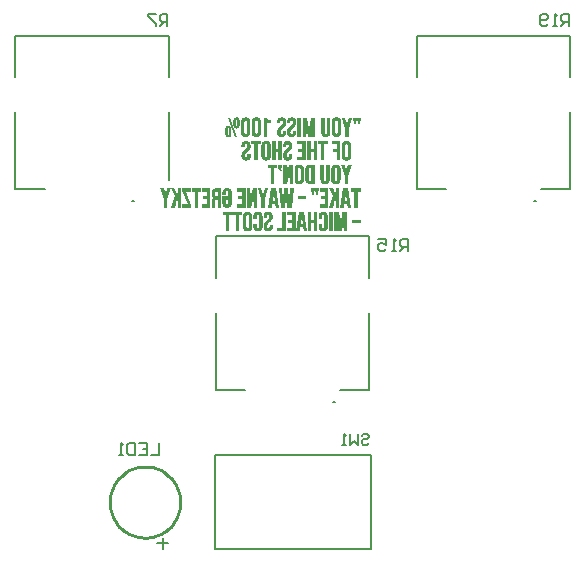
<source format=gbo>
G04*
G04 #@! TF.GenerationSoftware,Altium Limited,Altium Designer,24.2.2 (26)*
G04*
G04 Layer_Color=32896*
%FSLAX25Y25*%
%MOIN*%
G70*
G04*
G04 #@! TF.SameCoordinates,D69A43C9-FDAF-4BAE-836A-D486D32142D5*
G04*
G04*
G04 #@! TF.FilePolarity,Positive*
G04*
G01*
G75*
%ADD11C,0.00787*%
%ADD50C,0.01000*%
G36*
X125022Y342999D02*
Y340274D01*
X123859D01*
Y343004D01*
X122674Y346679D01*
X123794D01*
X124397Y344607D01*
X125000Y346679D01*
X126207D01*
X125022Y342999D01*
D02*
G37*
G36*
X128702Y344489D02*
X128009D01*
X127758Y346679D01*
X128943D01*
X128702Y344489D01*
D02*
G37*
G36*
X127381D02*
X126693D01*
X126442Y346679D01*
X127621D01*
X127381Y344489D01*
D02*
G37*
G36*
X87687Y346761D02*
X87769Y346755D01*
X87850Y346739D01*
X87927Y346722D01*
X87993Y346701D01*
X88058Y346679D01*
X88118Y346651D01*
X88167Y346624D01*
X88211Y346597D01*
X88254Y346569D01*
X88287Y346548D01*
X88315Y346526D01*
X88336Y346509D01*
X88353Y346493D01*
X88358Y346488D01*
X88364Y346482D01*
X88407Y346427D01*
X88451Y346367D01*
X88517Y346236D01*
X88560Y346105D01*
X88593Y345980D01*
X88604Y345920D01*
X88609Y345865D01*
X88620Y345811D01*
Y345772D01*
X88626Y345734D01*
Y345707D01*
Y345690D01*
Y345685D01*
Y344129D01*
X88620Y344036D01*
X88615Y343943D01*
X88604Y343861D01*
X88582Y343785D01*
X88566Y343714D01*
X88544Y343643D01*
X88517Y343583D01*
X88495Y343528D01*
X88468Y343484D01*
X88446Y343441D01*
X88424Y343403D01*
X88402Y343375D01*
X88386Y343354D01*
X88375Y343332D01*
X88369Y343326D01*
X88364Y343321D01*
X88309Y343272D01*
X88254Y343228D01*
X88195Y343190D01*
X88129Y343157D01*
X88003Y343108D01*
X87878Y343075D01*
X87769Y343053D01*
X87720Y343048D01*
X87676Y343042D01*
X87643Y343037D01*
X87594D01*
X87501Y343042D01*
X87414Y343048D01*
X87337Y343064D01*
X87261Y343080D01*
X87190Y343102D01*
X87130Y343124D01*
X87070Y343151D01*
X87021Y343179D01*
X86977Y343206D01*
X86933Y343233D01*
X86901Y343255D01*
X86873Y343277D01*
X86851Y343293D01*
X86835Y343310D01*
X86830Y343315D01*
X86824Y343321D01*
X86775Y343375D01*
X86737Y343441D01*
X86699Y343501D01*
X86671Y343572D01*
X86622Y343703D01*
X86589Y343834D01*
X86578Y343894D01*
X86573Y343949D01*
X86562Y343998D01*
Y344041D01*
X86557Y344080D01*
Y344107D01*
Y344123D01*
Y344129D01*
Y345685D01*
X86562Y345778D01*
X86567Y345865D01*
X86578Y345947D01*
X86600Y346024D01*
X86616Y346094D01*
X86638Y346160D01*
X86666Y346220D01*
X86687Y346269D01*
X86715Y346318D01*
X86737Y346362D01*
X86764Y346395D01*
X86780Y346422D01*
X86797Y346449D01*
X86813Y346466D01*
X86819Y346471D01*
X86824Y346477D01*
X86879Y346526D01*
X86933Y346575D01*
X86993Y346613D01*
X87059Y346646D01*
X87184Y346695D01*
X87310Y346728D01*
X87419Y346750D01*
X87468Y346755D01*
X87512Y346761D01*
X87545Y346766D01*
X87594D01*
X87687Y346761D01*
D02*
G37*
G36*
X113835Y340274D02*
X112792D01*
Y343935D01*
X112240Y340274D01*
X111258D01*
X110701Y343971D01*
Y340274D01*
X109592D01*
Y346679D01*
X111165D01*
X111713Y342751D01*
X112262Y346679D01*
X113835D01*
Y340274D01*
D02*
G37*
G36*
X118880Y341841D02*
X118874Y341694D01*
X118863Y341557D01*
X118842Y341432D01*
X118820Y341312D01*
X118787Y341202D01*
X118754Y341104D01*
X118716Y341011D01*
X118678Y340929D01*
X118645Y340853D01*
X118607Y340793D01*
X118574Y340738D01*
X118541Y340694D01*
X118519Y340656D01*
X118498Y340634D01*
X118487Y340618D01*
X118481Y340613D01*
X118405Y340536D01*
X118317Y340471D01*
X118225Y340416D01*
X118132Y340367D01*
X118039Y340323D01*
X117941Y340290D01*
X117848Y340263D01*
X117755Y340241D01*
X117668Y340225D01*
X117586Y340209D01*
X117515Y340198D01*
X117455Y340192D01*
X117400D01*
X117362Y340187D01*
X117329D01*
X117193Y340192D01*
X117061Y340203D01*
X116941Y340225D01*
X116832Y340252D01*
X116728Y340285D01*
X116636Y340323D01*
X116548Y340361D01*
X116472Y340405D01*
X116401Y340443D01*
X116341Y340482D01*
X116292Y340520D01*
X116253Y340552D01*
X116221Y340580D01*
X116193Y340602D01*
X116182Y340613D01*
X116177Y340618D01*
X116106Y340705D01*
X116046Y340793D01*
X115991Y340891D01*
X115948Y340989D01*
X115909Y341093D01*
X115877Y341197D01*
X115849Y341295D01*
X115828Y341393D01*
X115811Y341481D01*
X115800Y341568D01*
X115789Y341645D01*
X115784Y341710D01*
X115778Y341765D01*
Y341808D01*
Y341830D01*
Y341841D01*
Y346679D01*
X116909D01*
Y341770D01*
X116914Y341672D01*
X116925Y341584D01*
X116941Y341513D01*
X116958Y341459D01*
X116980Y341415D01*
X116996Y341388D01*
X117007Y341371D01*
X117012Y341366D01*
X117056Y341328D01*
X117105Y341301D01*
X117154Y341279D01*
X117203Y341268D01*
X117247Y341257D01*
X117280Y341251D01*
X117313D01*
X117384Y341257D01*
X117444Y341268D01*
X117493Y341290D01*
X117536Y341312D01*
X117569Y341328D01*
X117591Y341350D01*
X117607Y341361D01*
X117613Y341366D01*
X117646Y341415D01*
X117673Y341475D01*
X117689Y341546D01*
X117706Y341612D01*
X117711Y341672D01*
X117717Y341721D01*
Y341759D01*
Y341765D01*
Y341770D01*
Y346679D01*
X118880D01*
Y341841D01*
D02*
G37*
G36*
X109046Y340274D02*
X107883D01*
Y346679D01*
X109046D01*
Y340274D01*
D02*
G37*
G36*
X97602Y346553D02*
X97651Y346449D01*
X97695Y346362D01*
X97739Y346291D01*
X97771Y346236D01*
X97804Y346198D01*
X97821Y346176D01*
X97826Y346171D01*
X97881Y346122D01*
X97941Y346078D01*
X98001Y346040D01*
X98061Y346007D01*
X98115Y345985D01*
X98159Y345969D01*
X98186Y345963D01*
X98192Y345958D01*
X98197D01*
X98241Y345947D01*
X98295Y345936D01*
X98405Y345920D01*
X98530Y345909D01*
X98645Y345903D01*
X98754Y345898D01*
X98803Y345892D01*
X98923D01*
Y345019D01*
X97902D01*
Y340274D01*
X96739D01*
Y346679D01*
X97553D01*
X97602Y346553D01*
D02*
G37*
G36*
X87834Y340274D02*
X87059D01*
X84618Y346679D01*
X85399D01*
X87834Y340274D01*
D02*
G37*
G36*
X121042Y346761D02*
X121173Y346750D01*
X121293Y346728D01*
X121408Y346701D01*
X121511Y346662D01*
X121610Y346630D01*
X121697Y346586D01*
X121774Y346548D01*
X121844Y346509D01*
X121905Y346466D01*
X121954Y346433D01*
X121997Y346400D01*
X122030Y346367D01*
X122052Y346346D01*
X122068Y346335D01*
X122074Y346329D01*
X122145Y346242D01*
X122210Y346149D01*
X122265Y346056D01*
X122309Y345953D01*
X122352Y345854D01*
X122385Y345750D01*
X122412Y345652D01*
X122434Y345559D01*
X122450Y345466D01*
X122461Y345379D01*
X122472Y345308D01*
X122478Y345243D01*
Y345188D01*
X122483Y345144D01*
Y345123D01*
Y345112D01*
Y341841D01*
X122478Y341699D01*
X122467Y341563D01*
X122445Y341437D01*
X122418Y341317D01*
X122390Y341208D01*
X122352Y341109D01*
X122314Y341017D01*
X122276Y340935D01*
X122238Y340864D01*
X122205Y340798D01*
X122167Y340744D01*
X122139Y340700D01*
X122112Y340662D01*
X122090Y340640D01*
X122079Y340623D01*
X122074Y340618D01*
X121992Y340542D01*
X121905Y340476D01*
X121812Y340416D01*
X121719Y340367D01*
X121621Y340329D01*
X121522Y340290D01*
X121430Y340263D01*
X121337Y340241D01*
X121249Y340225D01*
X121167Y340209D01*
X121091Y340198D01*
X121031Y340192D01*
X120976D01*
X120938Y340187D01*
X120905D01*
X120763Y340192D01*
X120638Y340203D01*
X120512Y340225D01*
X120398Y340258D01*
X120294Y340290D01*
X120201Y340323D01*
X120114Y340367D01*
X120032Y340405D01*
X119966Y340443D01*
X119906Y340487D01*
X119852Y340520D01*
X119813Y340558D01*
X119781Y340585D01*
X119753Y340607D01*
X119742Y340618D01*
X119737Y340623D01*
X119666Y340711D01*
X119600Y340804D01*
X119546Y340897D01*
X119502Y341000D01*
X119458Y341098D01*
X119426Y341202D01*
X119398Y341301D01*
X119377Y341399D01*
X119360Y341486D01*
X119349Y341574D01*
X119338Y341645D01*
X119333Y341710D01*
X119327Y341765D01*
Y341808D01*
Y341830D01*
Y341841D01*
Y345112D01*
X119333Y345254D01*
X119344Y345390D01*
X119366Y345516D01*
X119393Y345630D01*
X119420Y345740D01*
X119458Y345838D01*
X119491Y345931D01*
X119529Y346012D01*
X119568Y346089D01*
X119606Y346149D01*
X119644Y346204D01*
X119671Y346247D01*
X119699Y346286D01*
X119720Y346307D01*
X119731Y346324D01*
X119737Y346329D01*
X119819Y346406D01*
X119901Y346471D01*
X119993Y346531D01*
X120092Y346580D01*
X120185Y346624D01*
X120283Y346662D01*
X120381Y346690D01*
X120474Y346711D01*
X120561Y346728D01*
X120643Y346744D01*
X120714Y346755D01*
X120780Y346761D01*
X120834Y346766D01*
X120905D01*
X121042Y346761D01*
D02*
G37*
G36*
X106065D02*
X106196Y346750D01*
X106316Y346728D01*
X106425Y346701D01*
X106529Y346668D01*
X106622Y346630D01*
X106709Y346591D01*
X106786Y346553D01*
X106857Y346509D01*
X106917Y346471D01*
X106966Y346433D01*
X107004Y346400D01*
X107037Y346373D01*
X107064Y346351D01*
X107075Y346340D01*
X107081Y346335D01*
X107152Y346253D01*
X107212Y346160D01*
X107266Y346062D01*
X107310Y345963D01*
X107348Y345865D01*
X107381Y345767D01*
X107408Y345669D01*
X107430Y345570D01*
X107447Y345483D01*
X107457Y345401D01*
X107468Y345325D01*
X107474Y345259D01*
Y345210D01*
X107479Y345166D01*
Y345144D01*
Y345133D01*
X107474Y345030D01*
X107468Y344926D01*
X107441Y344735D01*
X107425Y344648D01*
X107403Y344560D01*
X107381Y344484D01*
X107354Y344413D01*
X107332Y344342D01*
X107310Y344287D01*
X107288Y344233D01*
X107272Y344194D01*
X107255Y344156D01*
X107244Y344134D01*
X107234Y344118D01*
Y344112D01*
X107179Y344025D01*
X107119Y343943D01*
X107048Y343856D01*
X106971Y343769D01*
X106808Y343594D01*
X106644Y343441D01*
X106567Y343370D01*
X106491Y343304D01*
X106425Y343244D01*
X106365Y343195D01*
X106316Y343157D01*
X106278Y343130D01*
X106251Y343108D01*
X106245Y343102D01*
X106120Y342960D01*
X106016Y342829D01*
X105923Y342715D01*
X105852Y342622D01*
X105798Y342540D01*
X105776Y342507D01*
X105759Y342480D01*
X105743Y342458D01*
X105732Y342442D01*
X105727Y342436D01*
Y342431D01*
X105672Y342322D01*
X105634Y342212D01*
X105601Y342103D01*
X105585Y342005D01*
X105574Y341917D01*
X105568Y341879D01*
X105563Y341846D01*
Y341825D01*
Y341803D01*
Y341792D01*
Y341787D01*
X105568Y341683D01*
X105579Y341595D01*
X105596Y341524D01*
X105612Y341470D01*
X105634Y341426D01*
X105650Y341393D01*
X105661Y341377D01*
X105666Y341371D01*
X105710Y341333D01*
X105759Y341301D01*
X105808Y341279D01*
X105858Y341268D01*
X105901Y341257D01*
X105939Y341251D01*
X105972D01*
X106043Y341257D01*
X106109Y341273D01*
X106163Y341301D01*
X106212Y341333D01*
X106251Y341371D01*
X106283Y341415D01*
X106311Y341464D01*
X106333Y341513D01*
X106365Y341606D01*
X106376Y341650D01*
X106382Y341688D01*
Y341721D01*
X106387Y341748D01*
Y341765D01*
Y341770D01*
Y342283D01*
X107501D01*
Y341841D01*
X107496Y341699D01*
X107485Y341563D01*
X107463Y341437D01*
X107441Y341317D01*
X107414Y341208D01*
X107381Y341104D01*
X107343Y341017D01*
X107305Y340935D01*
X107272Y340858D01*
X107234Y340798D01*
X107201Y340744D01*
X107174Y340700D01*
X107152Y340662D01*
X107130Y340640D01*
X107119Y340623D01*
X107113Y340618D01*
X107037Y340542D01*
X106950Y340476D01*
X106862Y340416D01*
X106769Y340367D01*
X106671Y340329D01*
X106578Y340290D01*
X106485Y340263D01*
X106393Y340241D01*
X106305Y340225D01*
X106223Y340209D01*
X106152Y340198D01*
X106092Y340192D01*
X106038D01*
X106000Y340187D01*
X105967D01*
X105825Y340192D01*
X105699Y340203D01*
X105574Y340225D01*
X105459Y340252D01*
X105355Y340285D01*
X105262Y340323D01*
X105175Y340361D01*
X105093Y340405D01*
X105028Y340443D01*
X104968Y340482D01*
X104913Y340520D01*
X104875Y340552D01*
X104842Y340580D01*
X104815Y340602D01*
X104804Y340613D01*
X104798Y340618D01*
X104727Y340705D01*
X104667Y340798D01*
X104613Y340897D01*
X104564Y340995D01*
X104525Y341098D01*
X104493Y341202D01*
X104465Y341306D01*
X104444Y341404D01*
X104427Y341497D01*
X104416Y341579D01*
X104405Y341655D01*
X104400Y341726D01*
X104394Y341781D01*
Y341825D01*
Y341846D01*
Y341858D01*
Y341972D01*
X104405Y342076D01*
X104432Y342278D01*
X104449Y342371D01*
X104471Y342458D01*
X104493Y342540D01*
X104514Y342616D01*
X104536Y342682D01*
X104558Y342742D01*
X104580Y342791D01*
X104596Y342835D01*
X104613Y342873D01*
X104624Y342895D01*
X104629Y342911D01*
X104634Y342917D01*
X104684Y343004D01*
X104738Y343091D01*
X104804Y343179D01*
X104869Y343266D01*
X105017Y343430D01*
X105159Y343588D01*
X105230Y343654D01*
X105290Y343719D01*
X105350Y343774D01*
X105399Y343823D01*
X105443Y343861D01*
X105475Y343894D01*
X105497Y343910D01*
X105503Y343916D01*
X105585Y343992D01*
X105666Y344063D01*
X105737Y344129D01*
X105803Y344194D01*
X105858Y344254D01*
X105912Y344315D01*
X105961Y344364D01*
X106000Y344413D01*
X106038Y344451D01*
X106065Y344489D01*
X106092Y344522D01*
X106114Y344549D01*
X106125Y344571D01*
X106136Y344587D01*
X106147Y344593D01*
Y344598D01*
X106202Y344702D01*
X106245Y344811D01*
X106273Y344910D01*
X106294Y345002D01*
X106305Y345079D01*
X106311Y345139D01*
X106316Y345161D01*
Y345177D01*
Y345188D01*
Y345194D01*
X106311Y345281D01*
X106300Y345357D01*
X106278Y345428D01*
X106256Y345483D01*
X106223Y345532D01*
X106191Y345576D01*
X106158Y345608D01*
X106120Y345636D01*
X106081Y345652D01*
X106049Y345669D01*
X105983Y345690D01*
X105961D01*
X105939Y345696D01*
X105923D01*
X105852Y345690D01*
X105792Y345679D01*
X105743Y345658D01*
X105699Y345636D01*
X105672Y345614D01*
X105645Y345592D01*
X105634Y345581D01*
X105628Y345576D01*
X105596Y345527D01*
X105568Y345466D01*
X105552Y345401D01*
X105535Y345336D01*
X105530Y345275D01*
X105525Y345221D01*
Y345188D01*
Y345183D01*
Y345177D01*
Y344762D01*
X104416D01*
Y345112D01*
X104422Y345254D01*
X104432Y345390D01*
X104454Y345516D01*
X104476Y345636D01*
X104504Y345745D01*
X104536Y345843D01*
X104575Y345936D01*
X104607Y346018D01*
X104646Y346089D01*
X104684Y346149D01*
X104717Y346204D01*
X104744Y346247D01*
X104766Y346286D01*
X104787Y346307D01*
X104798Y346324D01*
X104804Y346329D01*
X104880Y346406D01*
X104962Y346471D01*
X105050Y346531D01*
X105142Y346580D01*
X105235Y346624D01*
X105328Y346662D01*
X105421Y346690D01*
X105508Y346711D01*
X105596Y346728D01*
X105672Y346744D01*
X105743Y346755D01*
X105808Y346761D01*
X105858Y346766D01*
X105929D01*
X106065Y346761D01*
D02*
G37*
G36*
X102751D02*
X102882Y346750D01*
X103002Y346728D01*
X103111Y346701D01*
X103215Y346668D01*
X103308Y346630D01*
X103395Y346591D01*
X103472Y346553D01*
X103543Y346509D01*
X103603Y346471D01*
X103652Y346433D01*
X103690Y346400D01*
X103723Y346373D01*
X103750Y346351D01*
X103761Y346340D01*
X103766Y346335D01*
X103837Y346253D01*
X103898Y346160D01*
X103952Y346062D01*
X103996Y345963D01*
X104034Y345865D01*
X104067Y345767D01*
X104094Y345669D01*
X104116Y345570D01*
X104132Y345483D01*
X104143Y345401D01*
X104154Y345325D01*
X104159Y345259D01*
Y345210D01*
X104165Y345166D01*
Y345144D01*
Y345133D01*
X104159Y345030D01*
X104154Y344926D01*
X104127Y344735D01*
X104110Y344648D01*
X104089Y344560D01*
X104067Y344484D01*
X104039Y344413D01*
X104018Y344342D01*
X103996Y344287D01*
X103974Y344233D01*
X103957Y344194D01*
X103941Y344156D01*
X103930Y344134D01*
X103919Y344118D01*
Y344112D01*
X103865Y344025D01*
X103805Y343943D01*
X103734Y343856D01*
X103657Y343769D01*
X103493Y343594D01*
X103330Y343441D01*
X103253Y343370D01*
X103177Y343304D01*
X103111Y343244D01*
X103051Y343195D01*
X103002Y343157D01*
X102964Y343130D01*
X102936Y343108D01*
X102931Y343102D01*
X102805Y342960D01*
X102702Y342829D01*
X102609Y342715D01*
X102538Y342622D01*
X102483Y342540D01*
X102462Y342507D01*
X102445Y342480D01*
X102429Y342458D01*
X102418Y342442D01*
X102412Y342436D01*
Y342431D01*
X102358Y342322D01*
X102320Y342212D01*
X102287Y342103D01*
X102270Y342005D01*
X102260Y341917D01*
X102254Y341879D01*
X102249Y341846D01*
Y341825D01*
Y341803D01*
Y341792D01*
Y341787D01*
X102254Y341683D01*
X102265Y341595D01*
X102281Y341524D01*
X102298Y341470D01*
X102320Y341426D01*
X102336Y341393D01*
X102347Y341377D01*
X102352Y341371D01*
X102396Y341333D01*
X102445Y341301D01*
X102494Y341279D01*
X102543Y341268D01*
X102587Y341257D01*
X102625Y341251D01*
X102658D01*
X102729Y341257D01*
X102795Y341273D01*
X102849Y341301D01*
X102898Y341333D01*
X102936Y341371D01*
X102969Y341415D01*
X102997Y341464D01*
X103018Y341513D01*
X103051Y341606D01*
X103062Y341650D01*
X103068Y341688D01*
Y341721D01*
X103073Y341748D01*
Y341765D01*
Y341770D01*
Y342283D01*
X104187D01*
Y341841D01*
X104181Y341699D01*
X104171Y341563D01*
X104149Y341437D01*
X104127Y341317D01*
X104100Y341208D01*
X104067Y341104D01*
X104028Y341017D01*
X103990Y340935D01*
X103957Y340858D01*
X103919Y340798D01*
X103886Y340744D01*
X103859Y340700D01*
X103837Y340662D01*
X103816Y340640D01*
X103805Y340623D01*
X103799Y340618D01*
X103723Y340542D01*
X103635Y340476D01*
X103548Y340416D01*
X103455Y340367D01*
X103357Y340329D01*
X103264Y340290D01*
X103171Y340263D01*
X103078Y340241D01*
X102991Y340225D01*
X102909Y340209D01*
X102838Y340198D01*
X102778Y340192D01*
X102724D01*
X102685Y340187D01*
X102653D01*
X102511Y340192D01*
X102385Y340203D01*
X102260Y340225D01*
X102145Y340252D01*
X102041Y340285D01*
X101948Y340323D01*
X101861Y340361D01*
X101779Y340405D01*
X101714Y340443D01*
X101653Y340482D01*
X101599Y340520D01*
X101561Y340552D01*
X101528Y340580D01*
X101500Y340602D01*
X101490Y340613D01*
X101484Y340618D01*
X101413Y340705D01*
X101353Y340798D01*
X101298Y340897D01*
X101249Y340995D01*
X101211Y341098D01*
X101178Y341202D01*
X101151Y341306D01*
X101129Y341404D01*
X101113Y341497D01*
X101102Y341579D01*
X101091Y341655D01*
X101086Y341726D01*
X101080Y341781D01*
Y341825D01*
Y341846D01*
Y341858D01*
Y341972D01*
X101091Y342076D01*
X101118Y342278D01*
X101135Y342371D01*
X101156Y342458D01*
X101178Y342540D01*
X101200Y342616D01*
X101222Y342682D01*
X101244Y342742D01*
X101266Y342791D01*
X101282Y342835D01*
X101298Y342873D01*
X101309Y342895D01*
X101315Y342911D01*
X101320Y342917D01*
X101370Y343004D01*
X101424Y343091D01*
X101490Y343179D01*
X101555Y343266D01*
X101702Y343430D01*
X101845Y343588D01*
X101916Y343654D01*
X101976Y343719D01*
X102036Y343774D01*
X102085Y343823D01*
X102128Y343861D01*
X102161Y343894D01*
X102183Y343910D01*
X102189Y343916D01*
X102270Y343992D01*
X102352Y344063D01*
X102423Y344129D01*
X102489Y344194D01*
X102543Y344254D01*
X102598Y344315D01*
X102647Y344364D01*
X102685Y344413D01*
X102724Y344451D01*
X102751Y344489D01*
X102778Y344522D01*
X102800Y344549D01*
X102811Y344571D01*
X102822Y344587D01*
X102833Y344593D01*
Y344598D01*
X102887Y344702D01*
X102931Y344811D01*
X102958Y344910D01*
X102980Y345002D01*
X102991Y345079D01*
X102997Y345139D01*
X103002Y345161D01*
Y345177D01*
Y345188D01*
Y345194D01*
X102997Y345281D01*
X102986Y345357D01*
X102964Y345428D01*
X102942Y345483D01*
X102909Y345532D01*
X102876Y345576D01*
X102844Y345608D01*
X102805Y345636D01*
X102767Y345652D01*
X102734Y345669D01*
X102669Y345690D01*
X102647D01*
X102625Y345696D01*
X102609D01*
X102538Y345690D01*
X102478Y345679D01*
X102429Y345658D01*
X102385Y345636D01*
X102358Y345614D01*
X102330Y345592D01*
X102320Y345581D01*
X102314Y345576D01*
X102281Y345527D01*
X102254Y345466D01*
X102238Y345401D01*
X102221Y345336D01*
X102216Y345275D01*
X102210Y345221D01*
Y345188D01*
Y345183D01*
Y345177D01*
Y344762D01*
X101102D01*
Y345112D01*
X101107Y345254D01*
X101118Y345390D01*
X101140Y345516D01*
X101162Y345636D01*
X101189Y345745D01*
X101222Y345843D01*
X101260Y345936D01*
X101293Y346018D01*
X101331Y346089D01*
X101370Y346149D01*
X101402Y346204D01*
X101429Y346247D01*
X101451Y346286D01*
X101473Y346307D01*
X101484Y346324D01*
X101490Y346329D01*
X101566Y346406D01*
X101648Y346471D01*
X101735Y346531D01*
X101828Y346580D01*
X101921Y346624D01*
X102014Y346662D01*
X102107Y346690D01*
X102194Y346711D01*
X102281Y346728D01*
X102358Y346744D01*
X102429Y346755D01*
X102494Y346761D01*
X102543Y346766D01*
X102614D01*
X102751Y346761D01*
D02*
G37*
G36*
X94337D02*
X94468Y346750D01*
X94588Y346728D01*
X94703Y346701D01*
X94807Y346662D01*
X94905Y346630D01*
X94992Y346586D01*
X95069Y346548D01*
X95140Y346509D01*
X95200Y346466D01*
X95249Y346433D01*
X95293Y346400D01*
X95325Y346367D01*
X95347Y346346D01*
X95363Y346335D01*
X95369Y346329D01*
X95440Y346242D01*
X95505Y346149D01*
X95560Y346056D01*
X95604Y345953D01*
X95647Y345854D01*
X95680Y345750D01*
X95707Y345652D01*
X95729Y345559D01*
X95746Y345466D01*
X95757Y345379D01*
X95767Y345308D01*
X95773Y345243D01*
Y345188D01*
X95778Y345144D01*
Y345123D01*
Y345112D01*
Y341841D01*
X95773Y341699D01*
X95762Y341563D01*
X95740Y341437D01*
X95713Y341317D01*
X95686Y341208D01*
X95647Y341109D01*
X95609Y341017D01*
X95571Y340935D01*
X95533Y340864D01*
X95500Y340798D01*
X95462Y340744D01*
X95434Y340700D01*
X95407Y340662D01*
X95385Y340640D01*
X95374Y340623D01*
X95369Y340618D01*
X95287Y340542D01*
X95200Y340476D01*
X95107Y340416D01*
X95014Y340367D01*
X94916Y340329D01*
X94818Y340290D01*
X94725Y340263D01*
X94632Y340241D01*
X94545Y340225D01*
X94463Y340209D01*
X94386Y340198D01*
X94326Y340192D01*
X94271D01*
X94233Y340187D01*
X94200D01*
X94059Y340192D01*
X93933Y340203D01*
X93807Y340225D01*
X93693Y340258D01*
X93589Y340290D01*
X93496Y340323D01*
X93409Y340367D01*
X93327Y340405D01*
X93261Y340443D01*
X93201Y340487D01*
X93147Y340520D01*
X93108Y340558D01*
X93076Y340585D01*
X93048Y340607D01*
X93037Y340618D01*
X93032Y340623D01*
X92961Y340711D01*
X92896Y340804D01*
X92841Y340897D01*
X92797Y341000D01*
X92754Y341098D01*
X92721Y341202D01*
X92694Y341301D01*
X92672Y341399D01*
X92655Y341486D01*
X92644Y341574D01*
X92633Y341645D01*
X92628Y341710D01*
X92623Y341765D01*
Y341808D01*
Y341830D01*
Y341841D01*
Y345112D01*
X92628Y345254D01*
X92639Y345390D01*
X92661Y345516D01*
X92688Y345630D01*
X92715Y345740D01*
X92754Y345838D01*
X92786Y345931D01*
X92825Y346012D01*
X92863Y346089D01*
X92901Y346149D01*
X92939Y346204D01*
X92967Y346247D01*
X92994Y346286D01*
X93016Y346307D01*
X93027Y346324D01*
X93032Y346329D01*
X93114Y346406D01*
X93196Y346471D01*
X93289Y346531D01*
X93387Y346580D01*
X93480Y346624D01*
X93578Y346662D01*
X93676Y346690D01*
X93769Y346711D01*
X93857Y346728D01*
X93938Y346744D01*
X94009Y346755D01*
X94075Y346761D01*
X94130Y346766D01*
X94200D01*
X94337Y346761D01*
D02*
G37*
G36*
X90772D02*
X90903Y346750D01*
X91023Y346728D01*
X91137Y346701D01*
X91241Y346662D01*
X91339Y346630D01*
X91427Y346586D01*
X91503Y346548D01*
X91574Y346509D01*
X91634Y346466D01*
X91683Y346433D01*
X91727Y346400D01*
X91760Y346367D01*
X91782Y346346D01*
X91798Y346335D01*
X91803Y346329D01*
X91874Y346242D01*
X91940Y346149D01*
X91995Y346056D01*
X92038Y345953D01*
X92082Y345854D01*
X92115Y345750D01*
X92142Y345652D01*
X92164Y345559D01*
X92180Y345466D01*
X92191Y345379D01*
X92202Y345308D01*
X92208Y345243D01*
Y345188D01*
X92213Y345144D01*
Y345123D01*
Y345112D01*
Y341841D01*
X92208Y341699D01*
X92197Y341563D01*
X92175Y341437D01*
X92147Y341317D01*
X92120Y341208D01*
X92082Y341109D01*
X92044Y341017D01*
X92006Y340935D01*
X91967Y340864D01*
X91935Y340798D01*
X91896Y340744D01*
X91869Y340700D01*
X91842Y340662D01*
X91820Y340640D01*
X91809Y340623D01*
X91803Y340618D01*
X91722Y340542D01*
X91634Y340476D01*
X91541Y340416D01*
X91449Y340367D01*
X91350Y340329D01*
X91252Y340290D01*
X91159Y340263D01*
X91066Y340241D01*
X90979Y340225D01*
X90897Y340209D01*
X90821Y340198D01*
X90761Y340192D01*
X90706D01*
X90668Y340187D01*
X90635D01*
X90493Y340192D01*
X90368Y340203D01*
X90242Y340225D01*
X90127Y340258D01*
X90024Y340290D01*
X89931Y340323D01*
X89843Y340367D01*
X89762Y340405D01*
X89696Y340443D01*
X89636Y340487D01*
X89581Y340520D01*
X89543Y340558D01*
X89510Y340585D01*
X89483Y340607D01*
X89472Y340618D01*
X89467Y340623D01*
X89396Y340711D01*
X89330Y340804D01*
X89276Y340897D01*
X89232Y341000D01*
X89188Y341098D01*
X89155Y341202D01*
X89128Y341301D01*
X89106Y341399D01*
X89090Y341486D01*
X89079Y341574D01*
X89068Y341645D01*
X89063Y341710D01*
X89057Y341765D01*
Y341808D01*
Y341830D01*
Y341841D01*
Y345112D01*
X89063Y345254D01*
X89074Y345390D01*
X89095Y345516D01*
X89123Y345630D01*
X89150Y345740D01*
X89188Y345838D01*
X89221Y345931D01*
X89259Y346012D01*
X89297Y346089D01*
X89336Y346149D01*
X89374Y346204D01*
X89401Y346247D01*
X89428Y346286D01*
X89450Y346307D01*
X89461Y346324D01*
X89467Y346329D01*
X89549Y346406D01*
X89631Y346471D01*
X89723Y346531D01*
X89822Y346580D01*
X89914Y346624D01*
X90013Y346662D01*
X90111Y346690D01*
X90204Y346711D01*
X90291Y346728D01*
X90373Y346744D01*
X90444Y346755D01*
X90509Y346761D01*
X90564Y346766D01*
X90635D01*
X90772Y346761D01*
D02*
G37*
G36*
X84957Y343905D02*
X85039Y343899D01*
X85120Y343883D01*
X85197Y343867D01*
X85263Y343845D01*
X85328Y343823D01*
X85388Y343796D01*
X85437Y343769D01*
X85481Y343741D01*
X85524Y343714D01*
X85557Y343692D01*
X85585Y343670D01*
X85606Y343654D01*
X85623Y343637D01*
X85628Y343632D01*
X85634Y343626D01*
X85677Y343572D01*
X85721Y343512D01*
X85787Y343381D01*
X85830Y343250D01*
X85863Y343124D01*
X85874Y343064D01*
X85879Y343009D01*
X85890Y342955D01*
Y342917D01*
X85896Y342879D01*
Y342851D01*
Y342835D01*
Y342829D01*
Y341273D01*
X85890Y341180D01*
X85885Y341088D01*
X85874Y341006D01*
X85852Y340929D01*
X85836Y340858D01*
X85814Y340793D01*
X85787Y340733D01*
X85765Y340678D01*
X85738Y340629D01*
X85716Y340585D01*
X85694Y340552D01*
X85672Y340525D01*
X85656Y340498D01*
X85645Y340482D01*
X85639Y340476D01*
X85634Y340471D01*
X85579Y340422D01*
X85524Y340378D01*
X85465Y340340D01*
X85399Y340307D01*
X85273Y340258D01*
X85148Y340225D01*
X85039Y340203D01*
X84990Y340198D01*
X84946Y340192D01*
X84913Y340187D01*
X84864D01*
X84771Y340192D01*
X84684Y340198D01*
X84607Y340214D01*
X84531Y340230D01*
X84460Y340252D01*
X84400Y340274D01*
X84340Y340301D01*
X84291Y340329D01*
X84247Y340356D01*
X84203Y340383D01*
X84171Y340405D01*
X84143Y340427D01*
X84121Y340443D01*
X84105Y340460D01*
X84100Y340465D01*
X84094Y340471D01*
X84045Y340525D01*
X84007Y340585D01*
X83968Y340651D01*
X83941Y340716D01*
X83892Y340847D01*
X83859Y340978D01*
X83848Y341038D01*
X83843Y341093D01*
X83832Y341142D01*
Y341186D01*
X83827Y341224D01*
Y341251D01*
Y341268D01*
Y341273D01*
Y342829D01*
X83832Y342922D01*
X83837Y343009D01*
X83848Y343091D01*
X83870Y343168D01*
X83886Y343239D01*
X83908Y343304D01*
X83936Y343364D01*
X83957Y343414D01*
X83985Y343463D01*
X84007Y343506D01*
X84034Y343539D01*
X84050Y343566D01*
X84067Y343594D01*
X84083Y343610D01*
X84089Y343616D01*
X84094Y343621D01*
X84149Y343670D01*
X84203Y343719D01*
X84263Y343758D01*
X84329Y343790D01*
X84454Y343839D01*
X84580Y343872D01*
X84689Y343894D01*
X84738Y343899D01*
X84782Y343905D01*
X84815Y343910D01*
X84864D01*
X84957Y343905D01*
D02*
G37*
G36*
X114413Y332414D02*
X113250D01*
Y335215D01*
X112382D01*
Y332414D01*
X111219D01*
Y338818D01*
X112382D01*
Y336285D01*
X113250D01*
Y338818D01*
X114413D01*
Y332414D01*
D02*
G37*
G36*
X102696D02*
X101533D01*
Y335215D01*
X100665D01*
Y332414D01*
X99502D01*
Y338818D01*
X100665D01*
Y336285D01*
X101533D01*
Y338818D01*
X102696D01*
Y332414D01*
D02*
G37*
G36*
X122150D02*
X120987D01*
Y335122D01*
X119720D01*
Y336192D01*
X120987D01*
Y337748D01*
X119377D01*
Y338818D01*
X122150D01*
Y332414D01*
D02*
G37*
G36*
X117913Y337748D02*
X116892D01*
Y332414D01*
X115724D01*
Y337748D01*
X114703D01*
Y338818D01*
X117913D01*
Y337748D01*
D02*
G37*
G36*
X110673Y332414D02*
X107818D01*
Y333478D01*
X109510D01*
Y335215D01*
X108167D01*
Y336285D01*
X109510D01*
Y337748D01*
X107818D01*
Y338818D01*
X110673D01*
Y332414D01*
D02*
G37*
G36*
X95647Y337748D02*
X94626D01*
Y332414D01*
X93458D01*
Y337748D01*
X92437D01*
Y338818D01*
X95647D01*
Y337748D01*
D02*
G37*
G36*
X124345Y338900D02*
X124476Y338889D01*
X124596Y338868D01*
X124711Y338840D01*
X124815Y338802D01*
X124913Y338769D01*
X125000Y338726D01*
X125077Y338687D01*
X125148Y338649D01*
X125208Y338605D01*
X125257Y338573D01*
X125301Y338540D01*
X125333Y338507D01*
X125355Y338485D01*
X125372Y338474D01*
X125377Y338469D01*
X125448Y338382D01*
X125514Y338289D01*
X125568Y338196D01*
X125612Y338092D01*
X125655Y337994D01*
X125688Y337890D01*
X125716Y337792D01*
X125737Y337699D01*
X125754Y337606D01*
X125765Y337519D01*
X125776Y337448D01*
X125781Y337383D01*
Y337328D01*
X125787Y337284D01*
Y337262D01*
Y337251D01*
Y333981D01*
X125781Y333839D01*
X125770Y333702D01*
X125748Y333577D01*
X125721Y333457D01*
X125694Y333348D01*
X125655Y333249D01*
X125617Y333156D01*
X125579Y333074D01*
X125541Y333003D01*
X125508Y332938D01*
X125470Y332883D01*
X125443Y332840D01*
X125415Y332802D01*
X125393Y332780D01*
X125382Y332763D01*
X125377Y332758D01*
X125295Y332681D01*
X125208Y332616D01*
X125115Y332556D01*
X125022Y332507D01*
X124924Y332468D01*
X124826Y332430D01*
X124733Y332403D01*
X124640Y332381D01*
X124553Y332365D01*
X124471Y332348D01*
X124394Y332337D01*
X124334Y332332D01*
X124280D01*
X124241Y332327D01*
X124209D01*
X124067Y332332D01*
X123941Y332343D01*
X123816Y332365D01*
X123701Y332398D01*
X123597Y332430D01*
X123504Y332463D01*
X123417Y332507D01*
X123335Y332545D01*
X123269Y332583D01*
X123210Y332627D01*
X123155Y332660D01*
X123117Y332698D01*
X123084Y332725D01*
X123057Y332747D01*
X123046Y332758D01*
X123040Y332763D01*
X122969Y332851D01*
X122904Y332944D01*
X122849Y333036D01*
X122805Y333140D01*
X122762Y333238D01*
X122729Y333342D01*
X122702Y333440D01*
X122680Y333539D01*
X122663Y333626D01*
X122652Y333713D01*
X122642Y333784D01*
X122636Y333850D01*
X122631Y333904D01*
Y333948D01*
Y333970D01*
Y333981D01*
Y337251D01*
X122636Y337393D01*
X122647Y337530D01*
X122669Y337655D01*
X122696Y337770D01*
X122723Y337879D01*
X122762Y337978D01*
X122794Y338070D01*
X122833Y338152D01*
X122871Y338229D01*
X122909Y338289D01*
X122947Y338343D01*
X122975Y338387D01*
X123002Y338425D01*
X123024Y338447D01*
X123035Y338463D01*
X123040Y338469D01*
X123122Y338545D01*
X123204Y338611D01*
X123297Y338671D01*
X123395Y338720D01*
X123488Y338764D01*
X123586Y338802D01*
X123685Y338829D01*
X123777Y338851D01*
X123865Y338868D01*
X123947Y338884D01*
X124018Y338895D01*
X124083Y338900D01*
X124138Y338906D01*
X124209D01*
X124345Y338900D01*
D02*
G37*
G36*
X104744D02*
X104875Y338889D01*
X104995Y338868D01*
X105104Y338840D01*
X105208Y338808D01*
X105301Y338769D01*
X105388Y338731D01*
X105464Y338693D01*
X105535Y338649D01*
X105596Y338611D01*
X105645Y338573D01*
X105683Y338540D01*
X105716Y338513D01*
X105743Y338491D01*
X105754Y338480D01*
X105759Y338474D01*
X105830Y338392D01*
X105890Y338300D01*
X105945Y338201D01*
X105989Y338103D01*
X106027Y338005D01*
X106060Y337907D01*
X106087Y337808D01*
X106109Y337710D01*
X106125Y337623D01*
X106136Y337541D01*
X106147Y337464D01*
X106152Y337399D01*
Y337350D01*
X106158Y337306D01*
Y337284D01*
Y337273D01*
X106152Y337170D01*
X106147Y337066D01*
X106120Y336875D01*
X106103Y336787D01*
X106081Y336700D01*
X106060Y336624D01*
X106032Y336553D01*
X106010Y336482D01*
X105989Y336427D01*
X105967Y336372D01*
X105950Y336334D01*
X105934Y336296D01*
X105923Y336274D01*
X105912Y336258D01*
Y336252D01*
X105858Y336165D01*
X105798Y336083D01*
X105727Y335996D01*
X105650Y335908D01*
X105486Y335734D01*
X105323Y335581D01*
X105246Y335510D01*
X105170Y335444D01*
X105104Y335384D01*
X105044Y335335D01*
X104995Y335297D01*
X104957Y335269D01*
X104929Y335248D01*
X104924Y335242D01*
X104798Y335100D01*
X104695Y334969D01*
X104602Y334855D01*
X104531Y334762D01*
X104476Y334680D01*
X104454Y334647D01*
X104438Y334620D01*
X104422Y334598D01*
X104411Y334581D01*
X104405Y334576D01*
Y334571D01*
X104351Y334461D01*
X104312Y334352D01*
X104280Y334243D01*
X104263Y334145D01*
X104252Y334057D01*
X104247Y334019D01*
X104241Y333986D01*
Y333964D01*
Y333943D01*
Y333932D01*
Y333926D01*
X104247Y333822D01*
X104258Y333735D01*
X104274Y333664D01*
X104291Y333610D01*
X104312Y333566D01*
X104329Y333533D01*
X104340Y333517D01*
X104345Y333511D01*
X104389Y333473D01*
X104438Y333440D01*
X104487Y333418D01*
X104536Y333408D01*
X104580Y333397D01*
X104618Y333391D01*
X104651D01*
X104722Y333397D01*
X104787Y333413D01*
X104842Y333440D01*
X104891Y333473D01*
X104929Y333511D01*
X104962Y333555D01*
X104990Y333604D01*
X105011Y333653D01*
X105044Y333746D01*
X105055Y333790D01*
X105060Y333828D01*
Y333861D01*
X105066Y333888D01*
Y333904D01*
Y333910D01*
Y334423D01*
X106180D01*
Y333981D01*
X106174Y333839D01*
X106163Y333702D01*
X106141Y333577D01*
X106120Y333457D01*
X106092Y333348D01*
X106060Y333244D01*
X106021Y333156D01*
X105983Y333074D01*
X105950Y332998D01*
X105912Y332938D01*
X105879Y332883D01*
X105852Y332840D01*
X105830Y332802D01*
X105808Y332780D01*
X105798Y332763D01*
X105792Y332758D01*
X105716Y332681D01*
X105628Y332616D01*
X105541Y332556D01*
X105448Y332507D01*
X105350Y332468D01*
X105257Y332430D01*
X105164Y332403D01*
X105071Y332381D01*
X104984Y332365D01*
X104902Y332348D01*
X104831Y332337D01*
X104771Y332332D01*
X104717D01*
X104678Y332327D01*
X104646D01*
X104504Y332332D01*
X104378Y332343D01*
X104252Y332365D01*
X104138Y332392D01*
X104034Y332425D01*
X103941Y332463D01*
X103854Y332501D01*
X103772Y332545D01*
X103706Y332583D01*
X103646Y332621D01*
X103592Y332660D01*
X103553Y332692D01*
X103521Y332720D01*
X103493Y332741D01*
X103482Y332752D01*
X103477Y332758D01*
X103406Y332845D01*
X103346Y332938D01*
X103291Y333036D01*
X103242Y333135D01*
X103204Y333238D01*
X103171Y333342D01*
X103144Y333446D01*
X103122Y333544D01*
X103106Y333637D01*
X103095Y333719D01*
X103084Y333795D01*
X103078Y333866D01*
X103073Y333921D01*
Y333964D01*
Y333986D01*
Y333997D01*
Y334112D01*
X103084Y334216D01*
X103111Y334418D01*
X103128Y334510D01*
X103149Y334598D01*
X103171Y334680D01*
X103193Y334756D01*
X103215Y334822D01*
X103237Y334882D01*
X103259Y334931D01*
X103275Y334975D01*
X103291Y335013D01*
X103302Y335035D01*
X103308Y335051D01*
X103313Y335056D01*
X103362Y335144D01*
X103417Y335231D01*
X103482Y335319D01*
X103548Y335406D01*
X103695Y335570D01*
X103837Y335728D01*
X103908Y335794D01*
X103968Y335859D01*
X104028Y335914D01*
X104078Y335963D01*
X104121Y336001D01*
X104154Y336034D01*
X104176Y336050D01*
X104181Y336056D01*
X104263Y336132D01*
X104345Y336203D01*
X104416Y336269D01*
X104482Y336334D01*
X104536Y336394D01*
X104591Y336454D01*
X104640Y336503D01*
X104678Y336553D01*
X104717Y336591D01*
X104744Y336629D01*
X104771Y336662D01*
X104793Y336689D01*
X104804Y336711D01*
X104815Y336727D01*
X104826Y336733D01*
Y336738D01*
X104880Y336842D01*
X104924Y336951D01*
X104951Y337049D01*
X104973Y337142D01*
X104984Y337219D01*
X104990Y337279D01*
X104995Y337301D01*
Y337317D01*
Y337328D01*
Y337333D01*
X104990Y337421D01*
X104979Y337497D01*
X104957Y337568D01*
X104935Y337623D01*
X104902Y337672D01*
X104869Y337716D01*
X104837Y337748D01*
X104798Y337776D01*
X104760Y337792D01*
X104727Y337808D01*
X104662Y337830D01*
X104640D01*
X104618Y337836D01*
X104602D01*
X104531Y337830D01*
X104471Y337819D01*
X104422Y337797D01*
X104378Y337776D01*
X104351Y337754D01*
X104323Y337732D01*
X104312Y337721D01*
X104307Y337716D01*
X104274Y337666D01*
X104247Y337606D01*
X104230Y337541D01*
X104214Y337475D01*
X104209Y337415D01*
X104203Y337361D01*
Y337328D01*
Y337322D01*
Y337317D01*
Y336902D01*
X103095D01*
Y337251D01*
X103100Y337393D01*
X103111Y337530D01*
X103133Y337655D01*
X103155Y337776D01*
X103182Y337885D01*
X103215Y337983D01*
X103253Y338076D01*
X103286Y338158D01*
X103324Y338229D01*
X103362Y338289D01*
X103395Y338343D01*
X103422Y338387D01*
X103444Y338425D01*
X103466Y338447D01*
X103477Y338463D01*
X103482Y338469D01*
X103559Y338545D01*
X103641Y338611D01*
X103728Y338671D01*
X103821Y338720D01*
X103914Y338764D01*
X104007Y338802D01*
X104100Y338829D01*
X104187Y338851D01*
X104274Y338868D01*
X104351Y338884D01*
X104422Y338895D01*
X104487Y338900D01*
X104536Y338906D01*
X104607D01*
X104744Y338900D01*
D02*
G37*
G36*
X97586D02*
X97717Y338889D01*
X97837Y338868D01*
X97952Y338840D01*
X98055Y338802D01*
X98154Y338769D01*
X98241Y338726D01*
X98317Y338687D01*
X98388Y338649D01*
X98448Y338605D01*
X98497Y338573D01*
X98541Y338540D01*
X98574Y338507D01*
X98596Y338485D01*
X98612Y338474D01*
X98618Y338469D01*
X98689Y338382D01*
X98754Y338289D01*
X98809Y338196D01*
X98852Y338092D01*
X98896Y337994D01*
X98929Y337890D01*
X98956Y337792D01*
X98978Y337699D01*
X98994Y337606D01*
X99005Y337519D01*
X99016Y337448D01*
X99022Y337383D01*
Y337328D01*
X99027Y337284D01*
Y337262D01*
Y337251D01*
Y333981D01*
X99022Y333839D01*
X99011Y333702D01*
X98989Y333577D01*
X98962Y333457D01*
X98934Y333348D01*
X98896Y333249D01*
X98858Y333156D01*
X98820Y333074D01*
X98781Y333003D01*
X98749Y332938D01*
X98711Y332883D01*
X98683Y332840D01*
X98656Y332802D01*
X98634Y332780D01*
X98623Y332763D01*
X98618Y332758D01*
X98536Y332681D01*
X98448Y332616D01*
X98356Y332556D01*
X98263Y332507D01*
X98164Y332468D01*
X98066Y332430D01*
X97973Y332403D01*
X97881Y332381D01*
X97793Y332365D01*
X97711Y332348D01*
X97635Y332337D01*
X97575Y332332D01*
X97520D01*
X97482Y332327D01*
X97449D01*
X97307Y332332D01*
X97182Y332343D01*
X97056Y332365D01*
X96941Y332398D01*
X96838Y332430D01*
X96745Y332463D01*
X96658Y332507D01*
X96576Y332545D01*
X96510Y332583D01*
X96450Y332627D01*
X96395Y332660D01*
X96357Y332698D01*
X96324Y332725D01*
X96297Y332747D01*
X96286Y332758D01*
X96281Y332763D01*
X96210Y332851D01*
X96144Y332944D01*
X96090Y333036D01*
X96046Y333140D01*
X96002Y333238D01*
X95969Y333342D01*
X95942Y333440D01*
X95920Y333539D01*
X95904Y333626D01*
X95893Y333713D01*
X95882Y333784D01*
X95877Y333850D01*
X95871Y333904D01*
Y333948D01*
Y333970D01*
Y333981D01*
Y337251D01*
X95877Y337393D01*
X95888Y337530D01*
X95910Y337655D01*
X95937Y337770D01*
X95964Y337879D01*
X96002Y337978D01*
X96035Y338070D01*
X96073Y338152D01*
X96112Y338229D01*
X96150Y338289D01*
X96188Y338343D01*
X96215Y338387D01*
X96242Y338425D01*
X96264Y338447D01*
X96275Y338463D01*
X96281Y338469D01*
X96363Y338545D01*
X96445Y338611D01*
X96537Y338671D01*
X96636Y338720D01*
X96728Y338764D01*
X96827Y338802D01*
X96925Y338829D01*
X97018Y338851D01*
X97105Y338868D01*
X97187Y338884D01*
X97258Y338895D01*
X97324Y338900D01*
X97378Y338906D01*
X97449D01*
X97586Y338900D01*
D02*
G37*
G36*
X90881D02*
X91012Y338889D01*
X91132Y338868D01*
X91241Y338840D01*
X91345Y338808D01*
X91438Y338769D01*
X91525Y338731D01*
X91602Y338693D01*
X91672Y338649D01*
X91733Y338611D01*
X91782Y338573D01*
X91820Y338540D01*
X91853Y338513D01*
X91880Y338491D01*
X91891Y338480D01*
X91896Y338474D01*
X91967Y338392D01*
X92027Y338300D01*
X92082Y338201D01*
X92126Y338103D01*
X92164Y338005D01*
X92197Y337907D01*
X92224Y337808D01*
X92246Y337710D01*
X92262Y337623D01*
X92273Y337541D01*
X92284Y337464D01*
X92290Y337399D01*
Y337350D01*
X92295Y337306D01*
Y337284D01*
Y337273D01*
X92290Y337170D01*
X92284Y337066D01*
X92257Y336875D01*
X92240Y336787D01*
X92219Y336700D01*
X92197Y336624D01*
X92169Y336553D01*
X92147Y336482D01*
X92126Y336427D01*
X92104Y336372D01*
X92088Y336334D01*
X92071Y336296D01*
X92060Y336274D01*
X92049Y336258D01*
Y336252D01*
X91995Y336165D01*
X91935Y336083D01*
X91864Y335996D01*
X91787Y335908D01*
X91623Y335734D01*
X91460Y335581D01*
X91383Y335510D01*
X91307Y335444D01*
X91241Y335384D01*
X91181Y335335D01*
X91132Y335297D01*
X91094Y335269D01*
X91066Y335248D01*
X91061Y335242D01*
X90935Y335100D01*
X90832Y334969D01*
X90739Y334855D01*
X90668Y334762D01*
X90613Y334680D01*
X90591Y334647D01*
X90575Y334620D01*
X90559Y334598D01*
X90548Y334581D01*
X90542Y334576D01*
Y334571D01*
X90488Y334461D01*
X90450Y334352D01*
X90417Y334243D01*
X90400Y334145D01*
X90389Y334057D01*
X90384Y334019D01*
X90378Y333986D01*
Y333964D01*
Y333943D01*
Y333932D01*
Y333926D01*
X90384Y333822D01*
X90395Y333735D01*
X90411Y333664D01*
X90428Y333610D01*
X90450Y333566D01*
X90466Y333533D01*
X90477Y333517D01*
X90482Y333511D01*
X90526Y333473D01*
X90575Y333440D01*
X90624Y333418D01*
X90673Y333408D01*
X90717Y333397D01*
X90755Y333391D01*
X90788D01*
X90859Y333397D01*
X90925Y333413D01*
X90979Y333440D01*
X91028Y333473D01*
X91066Y333511D01*
X91099Y333555D01*
X91127Y333604D01*
X91148Y333653D01*
X91181Y333746D01*
X91192Y333790D01*
X91198Y333828D01*
Y333861D01*
X91203Y333888D01*
Y333904D01*
Y333910D01*
Y334423D01*
X92317D01*
Y333981D01*
X92311Y333839D01*
X92300Y333702D01*
X92279Y333577D01*
X92257Y333457D01*
X92229Y333348D01*
X92197Y333244D01*
X92159Y333156D01*
X92120Y333074D01*
X92088Y332998D01*
X92049Y332938D01*
X92017Y332883D01*
X91989Y332840D01*
X91967Y332802D01*
X91945Y332780D01*
X91935Y332763D01*
X91929Y332758D01*
X91853Y332681D01*
X91765Y332616D01*
X91678Y332556D01*
X91585Y332507D01*
X91487Y332468D01*
X91394Y332430D01*
X91301Y332403D01*
X91208Y332381D01*
X91121Y332365D01*
X91039Y332348D01*
X90968Y332337D01*
X90908Y332332D01*
X90854D01*
X90815Y332327D01*
X90782D01*
X90641Y332332D01*
X90515Y332343D01*
X90389Y332365D01*
X90275Y332392D01*
X90171Y332425D01*
X90078Y332463D01*
X89991Y332501D01*
X89909Y332545D01*
X89843Y332583D01*
X89783Y332621D01*
X89729Y332660D01*
X89691Y332692D01*
X89658Y332720D01*
X89631Y332741D01*
X89620Y332752D01*
X89614Y332758D01*
X89543Y332845D01*
X89483Y332938D01*
X89428Y333036D01*
X89379Y333135D01*
X89341Y333238D01*
X89308Y333342D01*
X89281Y333446D01*
X89259Y333544D01*
X89243Y333637D01*
X89232Y333719D01*
X89221Y333795D01*
X89215Y333866D01*
X89210Y333921D01*
Y333964D01*
Y333986D01*
Y333997D01*
Y334112D01*
X89221Y334216D01*
X89248Y334418D01*
X89265Y334510D01*
X89287Y334598D01*
X89308Y334680D01*
X89330Y334756D01*
X89352Y334822D01*
X89374Y334882D01*
X89396Y334931D01*
X89412Y334975D01*
X89428Y335013D01*
X89439Y335035D01*
X89445Y335051D01*
X89450Y335056D01*
X89499Y335144D01*
X89554Y335231D01*
X89620Y335319D01*
X89685Y335406D01*
X89833Y335570D01*
X89974Y335728D01*
X90045Y335794D01*
X90105Y335859D01*
X90166Y335914D01*
X90215Y335963D01*
X90258Y336001D01*
X90291Y336034D01*
X90313Y336050D01*
X90318Y336056D01*
X90400Y336132D01*
X90482Y336203D01*
X90553Y336269D01*
X90619Y336334D01*
X90673Y336394D01*
X90728Y336454D01*
X90777Y336503D01*
X90815Y336553D01*
X90854Y336591D01*
X90881Y336629D01*
X90908Y336662D01*
X90930Y336689D01*
X90941Y336711D01*
X90952Y336727D01*
X90963Y336733D01*
Y336738D01*
X91017Y336842D01*
X91061Y336951D01*
X91088Y337049D01*
X91110Y337142D01*
X91121Y337219D01*
X91127Y337279D01*
X91132Y337301D01*
Y337317D01*
Y337328D01*
Y337333D01*
X91127Y337421D01*
X91116Y337497D01*
X91094Y337568D01*
X91072Y337623D01*
X91039Y337672D01*
X91006Y337716D01*
X90974Y337748D01*
X90935Y337776D01*
X90897Y337792D01*
X90864Y337808D01*
X90799Y337830D01*
X90777D01*
X90755Y337836D01*
X90739D01*
X90668Y337830D01*
X90608Y337819D01*
X90559Y337797D01*
X90515Y337776D01*
X90488Y337754D01*
X90460Y337732D01*
X90450Y337721D01*
X90444Y337716D01*
X90411Y337666D01*
X90384Y337606D01*
X90368Y337541D01*
X90351Y337475D01*
X90346Y337415D01*
X90340Y337361D01*
Y337328D01*
Y337322D01*
Y337317D01*
Y336902D01*
X89232D01*
Y337251D01*
X89237Y337393D01*
X89248Y337530D01*
X89270Y337655D01*
X89292Y337776D01*
X89319Y337885D01*
X89352Y337983D01*
X89390Y338076D01*
X89423Y338158D01*
X89461Y338229D01*
X89499Y338289D01*
X89532Y338343D01*
X89560Y338387D01*
X89581Y338425D01*
X89603Y338447D01*
X89614Y338463D01*
X89620Y338469D01*
X89696Y338545D01*
X89778Y338611D01*
X89865Y338671D01*
X89958Y338720D01*
X90051Y338764D01*
X90144Y338802D01*
X90237Y338829D01*
X90324Y338851D01*
X90411Y338868D01*
X90488Y338884D01*
X90559Y338895D01*
X90624Y338900D01*
X90673Y338906D01*
X90744D01*
X90881Y338900D01*
D02*
G37*
G36*
X124815Y327278D02*
Y324554D01*
X123652D01*
Y327284D01*
X122467Y330958D01*
X123586D01*
X124189Y328886D01*
X124793Y330958D01*
X125999D01*
X124815Y327278D01*
D02*
G37*
G36*
X102642Y329833D02*
X102320D01*
X102691Y328769D01*
X102085D01*
X101511Y330003D01*
Y330958D01*
X102642D01*
Y329833D01*
D02*
G37*
G36*
X106447Y324554D02*
X105388D01*
Y328526D01*
X104362Y324554D01*
X103193D01*
Y330958D01*
X104247D01*
Y327804D01*
X105055Y330958D01*
X106447D01*
Y324554D01*
D02*
G37*
G36*
X118672Y326121D02*
X118667Y325973D01*
X118656Y325837D01*
X118634Y325711D01*
X118612Y325591D01*
X118579Y325482D01*
X118547Y325384D01*
X118508Y325291D01*
X118470Y325209D01*
X118437Y325132D01*
X118399Y325072D01*
X118367Y325018D01*
X118334Y324974D01*
X118312Y324936D01*
X118290Y324914D01*
X118279Y324898D01*
X118274Y324892D01*
X118197Y324816D01*
X118110Y324750D01*
X118017Y324696D01*
X117924Y324646D01*
X117831Y324603D01*
X117733Y324570D01*
X117640Y324543D01*
X117548Y324521D01*
X117460Y324504D01*
X117378Y324488D01*
X117307Y324477D01*
X117247Y324472D01*
X117193D01*
X117154Y324466D01*
X117122D01*
X116985Y324472D01*
X116854Y324483D01*
X116734Y324504D01*
X116625Y324532D01*
X116521Y324565D01*
X116428Y324603D01*
X116341Y324641D01*
X116264Y324685D01*
X116193Y324723D01*
X116133Y324761D01*
X116084Y324799D01*
X116046Y324832D01*
X116013Y324859D01*
X115986Y324881D01*
X115975Y324892D01*
X115970Y324898D01*
X115899Y324985D01*
X115839Y325072D01*
X115784Y325171D01*
X115740Y325269D01*
X115702Y325373D01*
X115669Y325476D01*
X115642Y325575D01*
X115620Y325673D01*
X115604Y325760D01*
X115593Y325848D01*
X115582Y325924D01*
X115576Y325990D01*
X115571Y326044D01*
Y326088D01*
Y326110D01*
Y326121D01*
Y330958D01*
X116701D01*
Y326050D01*
X116707Y325951D01*
X116718Y325864D01*
X116734Y325793D01*
X116750Y325739D01*
X116772Y325695D01*
X116788Y325668D01*
X116799Y325651D01*
X116805Y325646D01*
X116849Y325607D01*
X116898Y325580D01*
X116947Y325558D01*
X116996Y325547D01*
X117040Y325536D01*
X117072Y325531D01*
X117105D01*
X117176Y325536D01*
X117236Y325547D01*
X117285Y325569D01*
X117329Y325591D01*
X117362Y325607D01*
X117384Y325629D01*
X117400Y325640D01*
X117405Y325646D01*
X117438Y325695D01*
X117466Y325755D01*
X117482Y325826D01*
X117498Y325891D01*
X117504Y325951D01*
X117509Y326000D01*
Y326039D01*
Y326044D01*
Y326050D01*
Y330958D01*
X118672D01*
Y326121D01*
D02*
G37*
G36*
X113627Y324554D02*
X112038D01*
X111896Y324559D01*
X111765Y324570D01*
X111645Y324592D01*
X111530Y324619D01*
X111427Y324652D01*
X111334Y324685D01*
X111247Y324723D01*
X111170Y324761D01*
X111105Y324799D01*
X111045Y324838D01*
X110995Y324870D01*
X110952Y324903D01*
X110919Y324930D01*
X110897Y324952D01*
X110886Y324963D01*
X110881Y324969D01*
X110810Y325050D01*
X110750Y325143D01*
X110701Y325236D01*
X110652Y325334D01*
X110613Y325438D01*
X110586Y325536D01*
X110559Y325635D01*
X110537Y325733D01*
X110520Y325826D01*
X110510Y325908D01*
X110499Y325984D01*
X110493Y326050D01*
X110488Y326104D01*
Y326148D01*
Y326170D01*
Y326181D01*
Y329331D01*
X110493Y329473D01*
X110504Y329610D01*
X110526Y329735D01*
X110548Y329850D01*
X110581Y329959D01*
X110613Y330057D01*
X110646Y330150D01*
X110684Y330232D01*
X110722Y330303D01*
X110755Y330363D01*
X110788Y330418D01*
X110821Y330461D01*
X110843Y330494D01*
X110864Y330516D01*
X110875Y330532D01*
X110881Y330538D01*
X110957Y330614D01*
X111039Y330674D01*
X111132Y330734D01*
X111225Y330784D01*
X111323Y330822D01*
X111416Y330855D01*
X111514Y330882D01*
X111607Y330904D01*
X111694Y330925D01*
X111776Y330936D01*
X111847Y330947D01*
X111913Y330953D01*
X111962Y330958D01*
X113627D01*
Y324554D01*
D02*
G37*
G36*
X101222Y329888D02*
X100201D01*
Y324554D01*
X99033D01*
Y329888D01*
X98012D01*
Y330958D01*
X101222D01*
Y329888D01*
D02*
G37*
G36*
X120834Y331040D02*
X120965Y331029D01*
X121086Y331007D01*
X121200Y330980D01*
X121304Y330942D01*
X121402Y330909D01*
X121490Y330865D01*
X121566Y330827D01*
X121637Y330789D01*
X121697Y330745D01*
X121746Y330713D01*
X121790Y330680D01*
X121823Y330647D01*
X121844Y330625D01*
X121861Y330614D01*
X121866Y330609D01*
X121937Y330521D01*
X122003Y330429D01*
X122057Y330336D01*
X122101Y330232D01*
X122145Y330134D01*
X122178Y330030D01*
X122205Y329932D01*
X122227Y329839D01*
X122243Y329746D01*
X122254Y329659D01*
X122265Y329588D01*
X122270Y329522D01*
Y329468D01*
X122276Y329424D01*
Y329402D01*
Y329391D01*
Y326121D01*
X122270Y325979D01*
X122259Y325842D01*
X122238Y325717D01*
X122210Y325596D01*
X122183Y325487D01*
X122145Y325389D01*
X122107Y325296D01*
X122068Y325214D01*
X122030Y325143D01*
X121997Y325078D01*
X121959Y325023D01*
X121932Y324979D01*
X121905Y324941D01*
X121883Y324920D01*
X121872Y324903D01*
X121866Y324898D01*
X121784Y324821D01*
X121697Y324756D01*
X121604Y324696D01*
X121511Y324646D01*
X121413Y324608D01*
X121315Y324570D01*
X121222Y324543D01*
X121129Y324521D01*
X121042Y324504D01*
X120960Y324488D01*
X120884Y324477D01*
X120824Y324472D01*
X120769D01*
X120731Y324466D01*
X120698D01*
X120556Y324472D01*
X120430Y324483D01*
X120305Y324504D01*
X120190Y324537D01*
X120086Y324570D01*
X119993Y324603D01*
X119906Y324646D01*
X119824Y324685D01*
X119759Y324723D01*
X119699Y324767D01*
X119644Y324799D01*
X119606Y324838D01*
X119573Y324865D01*
X119546Y324887D01*
X119535Y324898D01*
X119529Y324903D01*
X119458Y324990D01*
X119393Y325083D01*
X119338Y325176D01*
X119295Y325280D01*
X119251Y325378D01*
X119218Y325482D01*
X119191Y325580D01*
X119169Y325678D01*
X119153Y325766D01*
X119142Y325853D01*
X119131Y325924D01*
X119125Y325990D01*
X119120Y326044D01*
Y326088D01*
Y326110D01*
Y326121D01*
Y329391D01*
X119125Y329533D01*
X119136Y329670D01*
X119158Y329795D01*
X119185Y329910D01*
X119213Y330019D01*
X119251Y330117D01*
X119284Y330210D01*
X119322Y330292D01*
X119360Y330368D01*
X119398Y330429D01*
X119437Y330483D01*
X119464Y330527D01*
X119491Y330565D01*
X119513Y330587D01*
X119524Y330603D01*
X119529Y330609D01*
X119611Y330685D01*
X119693Y330751D01*
X119786Y330811D01*
X119884Y330860D01*
X119977Y330904D01*
X120075Y330942D01*
X120174Y330969D01*
X120266Y330991D01*
X120354Y331007D01*
X120436Y331024D01*
X120507Y331035D01*
X120572Y331040D01*
X120627Y331046D01*
X120698D01*
X120834Y331040D01*
D02*
G37*
G36*
X108642D02*
X108773Y331029D01*
X108893Y331007D01*
X109008Y330980D01*
X109112Y330942D01*
X109210Y330909D01*
X109297Y330865D01*
X109374Y330827D01*
X109445Y330789D01*
X109505Y330745D01*
X109554Y330713D01*
X109598Y330680D01*
X109630Y330647D01*
X109652Y330625D01*
X109669Y330614D01*
X109674Y330609D01*
X109745Y330521D01*
X109811Y330429D01*
X109865Y330336D01*
X109909Y330232D01*
X109953Y330134D01*
X109985Y330030D01*
X110013Y329932D01*
X110035Y329839D01*
X110051Y329746D01*
X110062Y329659D01*
X110073Y329588D01*
X110078Y329522D01*
Y329468D01*
X110084Y329424D01*
Y329402D01*
Y329391D01*
Y326121D01*
X110078Y325979D01*
X110067Y325842D01*
X110045Y325717D01*
X110018Y325596D01*
X109991Y325487D01*
X109953Y325389D01*
X109914Y325296D01*
X109876Y325214D01*
X109838Y325143D01*
X109805Y325078D01*
X109767Y325023D01*
X109740Y324979D01*
X109712Y324941D01*
X109690Y324920D01*
X109680Y324903D01*
X109674Y324898D01*
X109592Y324821D01*
X109505Y324756D01*
X109412Y324696D01*
X109319Y324646D01*
X109221Y324608D01*
X109123Y324570D01*
X109030Y324543D01*
X108937Y324521D01*
X108850Y324504D01*
X108768Y324488D01*
X108691Y324477D01*
X108631Y324472D01*
X108577D01*
X108538Y324466D01*
X108506D01*
X108364Y324472D01*
X108238Y324483D01*
X108113Y324504D01*
X107998Y324537D01*
X107894Y324570D01*
X107801Y324603D01*
X107714Y324646D01*
X107632Y324685D01*
X107567Y324723D01*
X107507Y324767D01*
X107452Y324799D01*
X107414Y324838D01*
X107381Y324865D01*
X107354Y324887D01*
X107343Y324898D01*
X107337Y324903D01*
X107266Y324990D01*
X107201Y325083D01*
X107146Y325176D01*
X107103Y325280D01*
X107059Y325378D01*
X107026Y325482D01*
X106999Y325580D01*
X106977Y325678D01*
X106960Y325766D01*
X106950Y325853D01*
X106939Y325924D01*
X106933Y325990D01*
X106928Y326044D01*
Y326088D01*
Y326110D01*
Y326121D01*
Y329391D01*
X106933Y329533D01*
X106944Y329670D01*
X106966Y329795D01*
X106993Y329910D01*
X107021Y330019D01*
X107059Y330117D01*
X107092Y330210D01*
X107130Y330292D01*
X107168Y330368D01*
X107206Y330429D01*
X107244Y330483D01*
X107272Y330527D01*
X107299Y330565D01*
X107321Y330587D01*
X107332Y330603D01*
X107337Y330609D01*
X107419Y330685D01*
X107501Y330751D01*
X107594Y330811D01*
X107692Y330860D01*
X107785Y330904D01*
X107883Y330942D01*
X107982Y330969D01*
X108074Y330991D01*
X108162Y331007D01*
X108244Y331024D01*
X108315Y331035D01*
X108380Y331040D01*
X108435Y331046D01*
X108506D01*
X108642Y331040D01*
D02*
G37*
G36*
X96996Y319418D02*
Y316693D01*
X95833D01*
Y319423D01*
X94648Y323098D01*
X95767D01*
X96371Y321026D01*
X96974Y323098D01*
X98181D01*
X96996Y319418D01*
D02*
G37*
G36*
X64558D02*
Y316693D01*
X63395D01*
Y319423D01*
X62210Y323098D01*
X63330D01*
X63933Y321026D01*
X64536Y323098D01*
X65743D01*
X64558Y319418D01*
D02*
G37*
G36*
X114741Y320908D02*
X114048D01*
X113796Y323098D01*
X114981D01*
X114741Y320908D01*
D02*
G37*
G36*
X113420D02*
X112732D01*
X112481Y323098D01*
X113660D01*
X113420Y320908D01*
D02*
G37*
G36*
X121872Y316693D02*
X120709D01*
Y318746D01*
X120430Y319467D01*
X119650Y316693D01*
X118465D01*
X119650Y320712D01*
X118481Y323098D01*
X119611D01*
X120709Y320477D01*
Y323098D01*
X121872D01*
Y316693D01*
D02*
G37*
G36*
X69145D02*
X67982D01*
Y318746D01*
X67703Y319467D01*
X66922Y316693D01*
X65737D01*
X66922Y320712D01*
X65754Y323098D01*
X66884D01*
X67982Y320477D01*
Y323098D01*
X69145D01*
Y316693D01*
D02*
G37*
G36*
X94386D02*
X93327D01*
Y320666D01*
X92300Y316693D01*
X91132D01*
Y323098D01*
X92186D01*
Y319944D01*
X92994Y323098D01*
X94386D01*
Y316693D01*
D02*
G37*
G36*
X110892Y319402D02*
X108042D01*
Y320384D01*
X110892D01*
Y319402D01*
D02*
G37*
G36*
X106016Y316693D02*
X104547D01*
X104179Y320188D01*
X103810Y316693D01*
X102423D01*
X101784Y323098D01*
X102805D01*
X103168Y319122D01*
X103553Y323098D01*
X104787D01*
X105173Y319122D01*
X105535Y323098D01*
X106655D01*
X106016Y316693D01*
D02*
G37*
G36*
X84575Y323180D02*
X84706Y323169D01*
X84826Y323147D01*
X84935Y323120D01*
X85039Y323087D01*
X85131Y323049D01*
X85219Y323011D01*
X85295Y322972D01*
X85366Y322929D01*
X85426Y322890D01*
X85475Y322852D01*
X85514Y322819D01*
X85546Y322792D01*
X85574Y322770D01*
X85585Y322760D01*
X85590Y322754D01*
X85661Y322667D01*
X85721Y322579D01*
X85776Y322481D01*
X85819Y322383D01*
X85858Y322279D01*
X85890Y322175D01*
X85918Y322077D01*
X85940Y321979D01*
X85956Y321891D01*
X85967Y321804D01*
X85978Y321727D01*
X85983Y321662D01*
Y321607D01*
X85989Y321564D01*
Y321542D01*
Y321531D01*
Y318260D01*
X85983Y318113D01*
X85972Y317976D01*
X85950Y317851D01*
X85929Y317731D01*
X85896Y317622D01*
X85863Y317523D01*
X85825Y317430D01*
X85787Y317349D01*
X85754Y317272D01*
X85716Y317212D01*
X85683Y317158D01*
X85650Y317114D01*
X85628Y317076D01*
X85606Y317054D01*
X85596Y317037D01*
X85590Y317032D01*
X85514Y316955D01*
X85426Y316890D01*
X85334Y316835D01*
X85241Y316786D01*
X85148Y316742D01*
X85049Y316710D01*
X84957Y316683D01*
X84864Y316661D01*
X84777Y316644D01*
X84695Y316628D01*
X84624Y316617D01*
X84564Y316612D01*
X84509D01*
X84471Y316606D01*
X84438D01*
X84302Y316612D01*
X84171Y316622D01*
X84050Y316644D01*
X83941Y316672D01*
X83837Y316704D01*
X83745Y316742D01*
X83657Y316781D01*
X83581Y316824D01*
X83510Y316863D01*
X83450Y316901D01*
X83401Y316939D01*
X83362Y316972D01*
X83330Y316999D01*
X83302Y317021D01*
X83291Y317032D01*
X83286Y317037D01*
X83215Y317125D01*
X83155Y317212D01*
X83100Y317310D01*
X83051Y317409D01*
X83013Y317512D01*
X82980Y317616D01*
X82953Y317714D01*
X82931Y317813D01*
X82915Y317900D01*
X82904Y317987D01*
X82893Y318064D01*
X82887Y318129D01*
X82882Y318184D01*
Y318228D01*
Y318250D01*
Y318260D01*
Y320384D01*
X84482D01*
Y319314D01*
X83996D01*
Y318189D01*
X84001Y318097D01*
X84012Y318020D01*
X84034Y317949D01*
X84061Y317889D01*
X84094Y317840D01*
X84127Y317796D01*
X84165Y317764D01*
X84203Y317736D01*
X84241Y317714D01*
X84280Y317698D01*
X84345Y317682D01*
X84373Y317676D01*
X84394Y317671D01*
X84411D01*
X84482Y317676D01*
X84547Y317693D01*
X84602Y317720D01*
X84651Y317753D01*
X84689Y317791D01*
X84722Y317834D01*
X84749Y317884D01*
X84771Y317933D01*
X84804Y318026D01*
X84815Y318069D01*
X84820Y318108D01*
Y318140D01*
X84826Y318168D01*
Y318184D01*
Y318189D01*
Y321597D01*
X84820Y321689D01*
X84809Y321766D01*
X84787Y321837D01*
X84760Y321897D01*
X84727Y321946D01*
X84695Y321990D01*
X84656Y322022D01*
X84618Y322050D01*
X84580Y322072D01*
X84542Y322088D01*
X84476Y322110D01*
X84449D01*
X84427Y322115D01*
X84411D01*
X84340Y322110D01*
X84274Y322093D01*
X84220Y322066D01*
X84171Y322033D01*
X84132Y321995D01*
X84100Y321951D01*
X84067Y321902D01*
X84045Y321859D01*
X84018Y321760D01*
X84007Y321717D01*
X84001Y321678D01*
X83996Y321646D01*
Y321618D01*
Y321602D01*
Y321597D01*
Y320908D01*
X82882D01*
Y321531D01*
X82887Y321673D01*
X82898Y321809D01*
X82920Y321940D01*
X82947Y322055D01*
X82975Y322164D01*
X83008Y322268D01*
X83046Y322355D01*
X83084Y322437D01*
X83122Y322514D01*
X83160Y322574D01*
X83193Y322628D01*
X83220Y322672D01*
X83248Y322710D01*
X83270Y322732D01*
X83280Y322748D01*
X83286Y322754D01*
X83362Y322831D01*
X83450Y322896D01*
X83543Y322956D01*
X83635Y323005D01*
X83728Y323043D01*
X83827Y323082D01*
X83919Y323109D01*
X84012Y323131D01*
X84100Y323147D01*
X84176Y323164D01*
X84252Y323174D01*
X84312Y323180D01*
X84367Y323185D01*
X84438D01*
X84575Y323180D01*
D02*
G37*
G36*
X128943Y322028D02*
X127921D01*
Y316693D01*
X126753D01*
Y322028D01*
X125732D01*
Y323098D01*
X128943D01*
Y322028D01*
D02*
G37*
G36*
X125699Y316693D02*
X124618D01*
X124443Y317911D01*
X123319D01*
Y317927D01*
X123313Y316693D01*
X122161D01*
X123188Y323098D01*
X124673D01*
X125699Y316693D01*
D02*
G37*
G36*
X118186D02*
X115331D01*
Y317758D01*
X117023D01*
Y319494D01*
X115680D01*
Y320565D01*
X117023D01*
Y322028D01*
X115331D01*
Y323098D01*
X118186D01*
Y316693D01*
D02*
G37*
G36*
X101724D02*
X100643D01*
X100469Y317911D01*
X99344D01*
Y317927D01*
X99338Y316693D01*
X98186D01*
X99213Y323098D01*
X100698D01*
X101724Y316693D01*
D02*
G37*
G36*
X90580D02*
X87725D01*
Y317758D01*
X89417D01*
Y319494D01*
X88074D01*
Y320565D01*
X89417D01*
Y322028D01*
X87725D01*
Y323098D01*
X90580D01*
Y316693D01*
D02*
G37*
G36*
X82434D02*
X81271D01*
Y319358D01*
X81025D01*
X80922Y319352D01*
X80834Y319336D01*
X80769Y319314D01*
X80709Y319287D01*
X80665Y319260D01*
X80638Y319238D01*
X80621Y319221D01*
X80616Y319216D01*
X80594Y319189D01*
X80578Y319156D01*
X80550Y319074D01*
X80529Y318987D01*
X80518Y318899D01*
X80507Y318817D01*
X80501Y318752D01*
Y318724D01*
Y318703D01*
Y318692D01*
Y318686D01*
Y317551D01*
Y317425D01*
X80496Y317321D01*
Y317234D01*
X80490Y317163D01*
Y317114D01*
X80485Y317076D01*
Y317054D01*
Y317048D01*
X80474Y316994D01*
X80458Y316934D01*
X80447Y316874D01*
X80425Y316819D01*
X80414Y316770D01*
X80398Y316732D01*
X80392Y316704D01*
X80387Y316693D01*
X79229D01*
X79256Y316792D01*
X79278Y316874D01*
X79289Y316945D01*
X79306Y317005D01*
X79311Y317054D01*
X79317Y317087D01*
X79322Y317108D01*
Y317114D01*
X79327Y317174D01*
X79333Y317245D01*
Y317316D01*
X79338Y317387D01*
Y317447D01*
Y317496D01*
Y317529D01*
Y317534D01*
Y317540D01*
Y318632D01*
X79344Y318834D01*
X79355Y318927D01*
X79360Y319014D01*
X79377Y319096D01*
X79387Y319172D01*
X79404Y319243D01*
X79415Y319309D01*
X79431Y319363D01*
X79448Y319412D01*
X79458Y319456D01*
X79469Y319489D01*
X79480Y319516D01*
X79491Y319538D01*
X79497Y319549D01*
Y319554D01*
X79530Y319620D01*
X79562Y319680D01*
X79601Y319729D01*
X79639Y319778D01*
X79721Y319860D01*
X79803Y319920D01*
X79870Y319962D01*
X79775Y320035D01*
X79693Y320117D01*
X79617Y320215D01*
X79557Y320319D01*
X79508Y320423D01*
X79464Y320537D01*
X79431Y320647D01*
X79404Y320750D01*
X79382Y320854D01*
X79371Y320947D01*
X79360Y321029D01*
X79355Y321094D01*
X79349Y321149D01*
Y321182D01*
Y321187D01*
Y321193D01*
Y321580D01*
X79355Y321717D01*
X79366Y321848D01*
X79382Y321968D01*
X79409Y322077D01*
X79437Y322181D01*
X79469Y322273D01*
X79502Y322355D01*
X79535Y322432D01*
X79573Y322497D01*
X79606Y322557D01*
X79639Y322607D01*
X79666Y322645D01*
X79693Y322678D01*
X79710Y322699D01*
X79721Y322710D01*
X79726Y322716D01*
X79803Y322781D01*
X79884Y322841D01*
X79972Y322890D01*
X80064Y322940D01*
X80163Y322972D01*
X80256Y323005D01*
X80354Y323032D01*
X80447Y323049D01*
X80534Y323065D01*
X80621Y323076D01*
X80692Y323087D01*
X80758Y323093D01*
X80813Y323098D01*
X82434D01*
Y316693D01*
D02*
G37*
G36*
X78847D02*
X75991D01*
Y317758D01*
X77684D01*
Y319494D01*
X76341D01*
Y320565D01*
X77684D01*
Y322028D01*
X75991D01*
Y323098D01*
X78847D01*
Y316693D01*
D02*
G37*
G36*
X75871Y322028D02*
X74850D01*
Y316693D01*
X73682D01*
Y322028D01*
X72661D01*
Y323098D01*
X75871D01*
Y322028D01*
D02*
G37*
G36*
X72475D02*
X70750D01*
X72568Y317676D01*
Y316693D01*
X69516D01*
Y317758D01*
X71329D01*
X69516Y322121D01*
Y323098D01*
X72475D01*
Y322028D01*
D02*
G37*
G36*
X114555Y308833D02*
X113392D01*
Y311634D01*
X112524D01*
Y308833D01*
X111361D01*
Y315238D01*
X112524D01*
Y312704D01*
X113392D01*
Y315238D01*
X114555D01*
Y308833D01*
D02*
G37*
G36*
X128937Y311541D02*
X126087D01*
Y312524D01*
X128937D01*
Y311541D01*
D02*
G37*
G36*
X124471Y308833D02*
X123428D01*
Y312494D01*
X122876Y308833D01*
X121894D01*
X121337Y312530D01*
Y308833D01*
X120228D01*
Y315238D01*
X121801D01*
X122350Y311310D01*
X122898Y315238D01*
X124471D01*
Y308833D01*
D02*
G37*
G36*
X116630Y315320D02*
X116756Y315309D01*
X116876Y315287D01*
X116985Y315260D01*
X117089Y315227D01*
X117182Y315189D01*
X117269Y315150D01*
X117345Y315112D01*
X117411Y315074D01*
X117471Y315036D01*
X117520Y314998D01*
X117564Y314965D01*
X117591Y314937D01*
X117618Y314916D01*
X117629Y314905D01*
X117635Y314899D01*
X117706Y314817D01*
X117766Y314724D01*
X117815Y314632D01*
X117864Y314533D01*
X117902Y314435D01*
X117930Y314337D01*
X117957Y314239D01*
X117979Y314146D01*
X117995Y314058D01*
X118006Y313971D01*
X118017Y313900D01*
X118023Y313835D01*
Y313780D01*
X118028Y313742D01*
Y313720D01*
Y313709D01*
Y310362D01*
X118023Y310226D01*
X118012Y310089D01*
X117990Y309969D01*
X117968Y309854D01*
X117935Y309745D01*
X117902Y309652D01*
X117870Y309559D01*
X117831Y309483D01*
X117793Y309406D01*
X117760Y309346D01*
X117728Y309292D01*
X117695Y309248D01*
X117673Y309215D01*
X117651Y309194D01*
X117640Y309177D01*
X117635Y309172D01*
X117558Y309095D01*
X117471Y309030D01*
X117384Y308975D01*
X117291Y308926D01*
X117198Y308882D01*
X117100Y308850D01*
X117007Y308822D01*
X116914Y308800D01*
X116832Y308784D01*
X116750Y308768D01*
X116679Y308757D01*
X116614Y308751D01*
X116565D01*
X116526Y308746D01*
X116494D01*
X116357Y308751D01*
X116232Y308762D01*
X116112Y308784D01*
X116002Y308811D01*
X115899Y308844D01*
X115806Y308882D01*
X115724Y308921D01*
X115647Y308959D01*
X115582Y308997D01*
X115522Y309035D01*
X115473Y309073D01*
X115429Y309106D01*
X115402Y309134D01*
X115374Y309155D01*
X115363Y309166D01*
X115358Y309172D01*
X115287Y309254D01*
X115227Y309346D01*
X115172Y309439D01*
X115129Y309538D01*
X115091Y309636D01*
X115058Y309734D01*
X115030Y309832D01*
X115008Y309925D01*
X114992Y310018D01*
X114981Y310100D01*
X114970Y310171D01*
X114965Y310236D01*
X114959Y310291D01*
Y310329D01*
Y310351D01*
Y310362D01*
Y311334D01*
X116073D01*
Y310291D01*
X116079Y310209D01*
X116090Y310133D01*
X116112Y310067D01*
X116133Y310013D01*
X116166Y309969D01*
X116199Y309931D01*
X116232Y309898D01*
X116270Y309871D01*
X116308Y309849D01*
X116341Y309838D01*
X116406Y309816D01*
X116428D01*
X116450Y309810D01*
X116466D01*
X116537Y309816D01*
X116597Y309832D01*
X116652Y309854D01*
X116696Y309887D01*
X116734Y309920D01*
X116767Y309963D01*
X116794Y310007D01*
X116816Y310051D01*
X116843Y310138D01*
X116854Y310182D01*
X116859Y310215D01*
Y310247D01*
X116865Y310269D01*
Y310286D01*
Y310291D01*
Y313769D01*
X116859Y313856D01*
X116849Y313927D01*
X116827Y313993D01*
X116805Y314048D01*
X116772Y314097D01*
X116739Y314135D01*
X116701Y314168D01*
X116663Y314195D01*
X116630Y314217D01*
X116592Y314228D01*
X116526Y314249D01*
X116505D01*
X116483Y314255D01*
X116466D01*
X116395Y314249D01*
X116335Y314233D01*
X116286Y314211D01*
X116237Y314178D01*
X116199Y314140D01*
X116172Y314102D01*
X116144Y314058D01*
X116122Y314015D01*
X116095Y313922D01*
X116084Y313884D01*
X116079Y313845D01*
X116073Y313813D01*
Y313791D01*
Y313774D01*
Y313769D01*
Y312955D01*
X114959D01*
Y313709D01*
X114965Y313845D01*
X114976Y313977D01*
X114998Y314102D01*
X115020Y314217D01*
X115052Y314320D01*
X115085Y314419D01*
X115123Y314506D01*
X115156Y314588D01*
X115194Y314659D01*
X115232Y314719D01*
X115265Y314774D01*
X115298Y314817D01*
X115320Y314850D01*
X115342Y314872D01*
X115352Y314888D01*
X115358Y314894D01*
X115434Y314970D01*
X115522Y315036D01*
X115609Y315096D01*
X115702Y315145D01*
X115795Y315183D01*
X115888Y315221D01*
X115980Y315249D01*
X116073Y315270D01*
X116161Y315287D01*
X116237Y315303D01*
X116308Y315314D01*
X116374Y315320D01*
X116423Y315325D01*
X116494D01*
X116630Y315320D01*
D02*
G37*
G36*
X94867D02*
X94992Y315309D01*
X95112Y315287D01*
X95222Y315260D01*
X95325Y315227D01*
X95418Y315189D01*
X95505Y315150D01*
X95582Y315112D01*
X95647Y315074D01*
X95707Y315036D01*
X95757Y314998D01*
X95800Y314965D01*
X95828Y314937D01*
X95855Y314916D01*
X95866Y314905D01*
X95871Y314899D01*
X95942Y314817D01*
X96002Y314724D01*
X96051Y314632D01*
X96101Y314533D01*
X96139Y314435D01*
X96166Y314337D01*
X96193Y314239D01*
X96215Y314146D01*
X96232Y314058D01*
X96242Y313971D01*
X96253Y313900D01*
X96259Y313835D01*
Y313780D01*
X96264Y313742D01*
Y313720D01*
Y313709D01*
Y310362D01*
X96259Y310226D01*
X96248Y310089D01*
X96226Y309969D01*
X96204Y309854D01*
X96172Y309745D01*
X96139Y309652D01*
X96106Y309559D01*
X96068Y309483D01*
X96030Y309406D01*
X95997Y309346D01*
X95964Y309292D01*
X95931Y309248D01*
X95910Y309215D01*
X95888Y309194D01*
X95877Y309177D01*
X95871Y309172D01*
X95795Y309095D01*
X95707Y309030D01*
X95620Y308975D01*
X95527Y308926D01*
X95434Y308882D01*
X95336Y308850D01*
X95243Y308822D01*
X95151Y308800D01*
X95069Y308784D01*
X94987Y308768D01*
X94916Y308757D01*
X94850Y308751D01*
X94801D01*
X94763Y308746D01*
X94730D01*
X94594Y308751D01*
X94468Y308762D01*
X94348Y308784D01*
X94239Y308811D01*
X94135Y308844D01*
X94042Y308882D01*
X93960Y308921D01*
X93884Y308959D01*
X93818Y308997D01*
X93758Y309035D01*
X93709Y309073D01*
X93665Y309106D01*
X93638Y309134D01*
X93611Y309155D01*
X93600Y309166D01*
X93594Y309172D01*
X93524Y309254D01*
X93463Y309346D01*
X93409Y309439D01*
X93365Y309538D01*
X93327Y309636D01*
X93294Y309734D01*
X93267Y309832D01*
X93245Y309925D01*
X93229Y310018D01*
X93218Y310100D01*
X93207Y310171D01*
X93201Y310236D01*
X93196Y310291D01*
Y310329D01*
Y310351D01*
Y310362D01*
Y311334D01*
X94310D01*
Y310291D01*
X94315Y310209D01*
X94326Y310133D01*
X94348Y310067D01*
X94370Y310013D01*
X94402Y309969D01*
X94435Y309931D01*
X94468Y309898D01*
X94506Y309871D01*
X94545Y309849D01*
X94577Y309838D01*
X94643Y309816D01*
X94665D01*
X94686Y309810D01*
X94703D01*
X94774Y309816D01*
X94834Y309832D01*
X94889Y309854D01*
X94932Y309887D01*
X94970Y309920D01*
X95003Y309963D01*
X95030Y310007D01*
X95052Y310051D01*
X95079Y310138D01*
X95091Y310182D01*
X95096Y310215D01*
Y310247D01*
X95101Y310269D01*
Y310286D01*
Y310291D01*
Y313769D01*
X95096Y313856D01*
X95085Y313927D01*
X95063Y313993D01*
X95041Y314048D01*
X95009Y314097D01*
X94976Y314135D01*
X94938Y314168D01*
X94899Y314195D01*
X94867Y314217D01*
X94828Y314228D01*
X94763Y314249D01*
X94741D01*
X94719Y314255D01*
X94703D01*
X94632Y314249D01*
X94572Y314233D01*
X94523Y314211D01*
X94473Y314178D01*
X94435Y314140D01*
X94408Y314102D01*
X94381Y314058D01*
X94359Y314015D01*
X94332Y313922D01*
X94321Y313884D01*
X94315Y313845D01*
X94310Y313813D01*
Y313791D01*
Y313774D01*
Y313769D01*
Y312955D01*
X93196D01*
Y313709D01*
X93201Y313845D01*
X93212Y313977D01*
X93234Y314102D01*
X93256Y314217D01*
X93289Y314320D01*
X93321Y314419D01*
X93360Y314506D01*
X93392Y314588D01*
X93431Y314659D01*
X93469Y314719D01*
X93502Y314774D01*
X93534Y314817D01*
X93556Y314850D01*
X93578Y314872D01*
X93589Y314888D01*
X93594Y314894D01*
X93671Y314970D01*
X93758Y315036D01*
X93846Y315096D01*
X93938Y315145D01*
X94031Y315183D01*
X94124Y315221D01*
X94217Y315249D01*
X94310Y315270D01*
X94397Y315287D01*
X94473Y315303D01*
X94545Y315314D01*
X94610Y315320D01*
X94659Y315325D01*
X94730D01*
X94867Y315320D01*
D02*
G37*
G36*
X119682Y308833D02*
X118519D01*
Y315238D01*
X119682D01*
Y308833D01*
D02*
G37*
G36*
X111072D02*
X109991D01*
X109816Y310051D01*
X108691D01*
Y310067D01*
X108686Y308833D01*
X107534D01*
X108560Y315238D01*
X110045D01*
X111072Y308833D01*
D02*
G37*
G36*
X107244D02*
X104389D01*
Y309898D01*
X106081D01*
Y311634D01*
X104738D01*
Y312704D01*
X106081D01*
Y314168D01*
X104389D01*
Y315238D01*
X107244D01*
Y308833D01*
D02*
G37*
G36*
X104012D02*
X101238D01*
Y309898D01*
X102849D01*
Y315238D01*
X104012D01*
Y308833D01*
D02*
G37*
G36*
X89483Y314168D02*
X88462D01*
Y308833D01*
X87294D01*
Y314168D01*
X86273D01*
Y315238D01*
X89483D01*
Y314168D01*
D02*
G37*
G36*
X86240D02*
X85219D01*
Y308833D01*
X84050D01*
Y314168D01*
X83029D01*
Y315238D01*
X86240D01*
Y314168D01*
D02*
G37*
G36*
X98252Y315320D02*
X98383Y315309D01*
X98503Y315287D01*
X98612Y315260D01*
X98716Y315227D01*
X98809Y315189D01*
X98896Y315150D01*
X98972Y315112D01*
X99044Y315069D01*
X99104Y315030D01*
X99153Y314992D01*
X99191Y314959D01*
X99224Y314932D01*
X99251Y314910D01*
X99262Y314899D01*
X99267Y314894D01*
X99338Y314812D01*
X99398Y314719D01*
X99453Y314621D01*
X99497Y314523D01*
X99535Y314424D01*
X99568Y314326D01*
X99595Y314228D01*
X99617Y314129D01*
X99633Y314042D01*
X99644Y313960D01*
X99655Y313884D01*
X99660Y313818D01*
Y313769D01*
X99666Y313725D01*
Y313703D01*
Y313693D01*
X99660Y313589D01*
X99655Y313485D01*
X99628Y313294D01*
X99611Y313207D01*
X99590Y313119D01*
X99568Y313043D01*
X99540Y312972D01*
X99519Y312901D01*
X99497Y312846D01*
X99475Y312792D01*
X99458Y312754D01*
X99442Y312715D01*
X99431Y312693D01*
X99420Y312677D01*
Y312672D01*
X99366Y312584D01*
X99306Y312502D01*
X99235Y312415D01*
X99158Y312328D01*
X98994Y312153D01*
X98831Y312000D01*
X98754Y311929D01*
X98678Y311863D01*
X98612Y311803D01*
X98552Y311754D01*
X98503Y311716D01*
X98465Y311689D01*
X98438Y311667D01*
X98432Y311662D01*
X98306Y311520D01*
X98203Y311388D01*
X98110Y311274D01*
X98039Y311181D01*
X97984Y311099D01*
X97962Y311066D01*
X97946Y311039D01*
X97930Y311017D01*
X97919Y311001D01*
X97913Y310995D01*
Y310990D01*
X97859Y310881D01*
X97821Y310771D01*
X97788Y310662D01*
X97771Y310564D01*
X97760Y310477D01*
X97755Y310438D01*
X97750Y310406D01*
Y310384D01*
Y310362D01*
Y310351D01*
Y310346D01*
X97755Y310242D01*
X97766Y310155D01*
X97782Y310084D01*
X97799Y310029D01*
X97821Y309985D01*
X97837Y309952D01*
X97848Y309936D01*
X97853Y309931D01*
X97897Y309892D01*
X97946Y309860D01*
X97995Y309838D01*
X98044Y309827D01*
X98088Y309816D01*
X98126Y309810D01*
X98159D01*
X98230Y309816D01*
X98295Y309832D01*
X98350Y309860D01*
X98399Y309892D01*
X98438Y309931D01*
X98470Y309974D01*
X98497Y310023D01*
X98519Y310073D01*
X98552Y310165D01*
X98563Y310209D01*
X98568Y310247D01*
Y310280D01*
X98574Y310307D01*
Y310324D01*
Y310329D01*
Y310842D01*
X99688D01*
Y310400D01*
X99682Y310258D01*
X99671Y310122D01*
X99650Y309996D01*
X99628Y309876D01*
X99600Y309767D01*
X99568Y309663D01*
X99529Y309576D01*
X99491Y309494D01*
X99458Y309417D01*
X99420Y309357D01*
X99388Y309303D01*
X99360Y309259D01*
X99338Y309221D01*
X99317Y309199D01*
X99306Y309183D01*
X99300Y309177D01*
X99224Y309101D01*
X99136Y309035D01*
X99049Y308975D01*
X98956Y308926D01*
X98858Y308888D01*
X98765Y308850D01*
X98672Y308822D01*
X98579Y308800D01*
X98492Y308784D01*
X98410Y308768D01*
X98339Y308757D01*
X98279Y308751D01*
X98225D01*
X98186Y308746D01*
X98154D01*
X98012Y308751D01*
X97886Y308762D01*
X97760Y308784D01*
X97646Y308811D01*
X97542Y308844D01*
X97449Y308882D01*
X97362Y308921D01*
X97280Y308964D01*
X97214Y309002D01*
X97154Y309041D01*
X97100Y309079D01*
X97062Y309112D01*
X97029Y309139D01*
X97001Y309161D01*
X96991Y309172D01*
X96985Y309177D01*
X96914Y309264D01*
X96854Y309357D01*
X96799Y309456D01*
X96750Y309554D01*
X96712Y309658D01*
X96679Y309761D01*
X96652Y309865D01*
X96630Y309963D01*
X96614Y310056D01*
X96603Y310138D01*
X96592Y310215D01*
X96587Y310286D01*
X96581Y310340D01*
Y310384D01*
Y310406D01*
Y310417D01*
Y310531D01*
X96592Y310635D01*
X96619Y310837D01*
X96636Y310930D01*
X96658Y311017D01*
X96679Y311099D01*
X96701Y311175D01*
X96723Y311241D01*
X96745Y311301D01*
X96767Y311350D01*
X96783Y311394D01*
X96799Y311432D01*
X96810Y311454D01*
X96816Y311470D01*
X96821Y311476D01*
X96870Y311563D01*
X96925Y311651D01*
X96991Y311738D01*
X97056Y311825D01*
X97203Y311989D01*
X97346Y312147D01*
X97416Y312213D01*
X97477Y312279D01*
X97536Y312333D01*
X97586Y312382D01*
X97629Y312420D01*
X97662Y312453D01*
X97684Y312470D01*
X97689Y312475D01*
X97771Y312551D01*
X97853Y312622D01*
X97924Y312688D01*
X97990Y312754D01*
X98044Y312813D01*
X98099Y312874D01*
X98148Y312923D01*
X98186Y312972D01*
X98225Y313010D01*
X98252Y313048D01*
X98279Y313081D01*
X98301Y313108D01*
X98312Y313130D01*
X98323Y313147D01*
X98334Y313152D01*
Y313158D01*
X98388Y313261D01*
X98432Y313370D01*
X98459Y313469D01*
X98481Y313562D01*
X98492Y313638D01*
X98497Y313698D01*
X98503Y313720D01*
Y313736D01*
Y313747D01*
Y313753D01*
X98497Y313840D01*
X98487Y313916D01*
X98465Y313987D01*
X98443Y314042D01*
X98410Y314091D01*
X98377Y314135D01*
X98345Y314168D01*
X98306Y314195D01*
X98268Y314211D01*
X98235Y314228D01*
X98170Y314249D01*
X98148D01*
X98126Y314255D01*
X98110D01*
X98039Y314249D01*
X97979Y314239D01*
X97930Y314217D01*
X97886Y314195D01*
X97859Y314173D01*
X97831Y314151D01*
X97821Y314140D01*
X97815Y314135D01*
X97782Y314086D01*
X97755Y314026D01*
X97739Y313960D01*
X97722Y313895D01*
X97717Y313835D01*
X97711Y313780D01*
Y313747D01*
Y313742D01*
Y313736D01*
Y313321D01*
X96603D01*
Y313671D01*
X96608Y313813D01*
X96619Y313949D01*
X96641Y314075D01*
X96663Y314195D01*
X96690Y314304D01*
X96723Y314402D01*
X96761Y314495D01*
X96794Y314577D01*
X96832Y314648D01*
X96870Y314708D01*
X96903Y314763D01*
X96930Y314806D01*
X96952Y314845D01*
X96974Y314866D01*
X96985Y314883D01*
X96991Y314888D01*
X97067Y314965D01*
X97149Y315030D01*
X97236Y315090D01*
X97329Y315140D01*
X97422Y315183D01*
X97515Y315221D01*
X97607Y315249D01*
X97695Y315270D01*
X97782Y315287D01*
X97859Y315303D01*
X97930Y315314D01*
X97995Y315320D01*
X98044Y315325D01*
X98115D01*
X98252Y315320D01*
D02*
G37*
G36*
X91421D02*
X91552Y315309D01*
X91672Y315287D01*
X91787Y315260D01*
X91891Y315221D01*
X91989Y315189D01*
X92076Y315145D01*
X92153Y315107D01*
X92224Y315069D01*
X92284Y315025D01*
X92333Y314992D01*
X92377Y314959D01*
X92410Y314927D01*
X92431Y314905D01*
X92448Y314894D01*
X92453Y314888D01*
X92524Y314801D01*
X92590Y314708D01*
X92644Y314615D01*
X92688Y314512D01*
X92732Y314413D01*
X92765Y314310D01*
X92792Y314211D01*
X92814Y314119D01*
X92830Y314026D01*
X92841Y313938D01*
X92852Y313867D01*
X92857Y313802D01*
Y313747D01*
X92863Y313703D01*
Y313682D01*
Y313671D01*
Y310400D01*
X92857Y310258D01*
X92846Y310122D01*
X92825Y309996D01*
X92797Y309876D01*
X92770Y309767D01*
X92732Y309669D01*
X92694Y309576D01*
X92655Y309494D01*
X92617Y309423D01*
X92584Y309357D01*
X92546Y309303D01*
X92519Y309259D01*
X92492Y309221D01*
X92470Y309199D01*
X92459Y309183D01*
X92453Y309177D01*
X92371Y309101D01*
X92284Y309035D01*
X92191Y308975D01*
X92098Y308926D01*
X92000Y308888D01*
X91902Y308850D01*
X91809Y308822D01*
X91716Y308800D01*
X91629Y308784D01*
X91547Y308768D01*
X91470Y308757D01*
X91410Y308751D01*
X91356D01*
X91318Y308746D01*
X91285D01*
X91143Y308751D01*
X91017Y308762D01*
X90892Y308784D01*
X90777Y308817D01*
X90673Y308850D01*
X90580Y308882D01*
X90493Y308926D01*
X90411Y308964D01*
X90346Y309002D01*
X90286Y309046D01*
X90231Y309079D01*
X90193Y309117D01*
X90160Y309144D01*
X90133Y309166D01*
X90122Y309177D01*
X90116Y309183D01*
X90045Y309270D01*
X89980Y309363D01*
X89925Y309456D01*
X89882Y309559D01*
X89838Y309658D01*
X89805Y309761D01*
X89778Y309860D01*
X89756Y309958D01*
X89740Y310045D01*
X89729Y310133D01*
X89718Y310204D01*
X89712Y310269D01*
X89707Y310324D01*
Y310367D01*
Y310389D01*
Y310400D01*
Y313671D01*
X89712Y313813D01*
X89723Y313949D01*
X89745Y314075D01*
X89772Y314189D01*
X89800Y314299D01*
X89838Y314397D01*
X89871Y314490D01*
X89909Y314572D01*
X89947Y314648D01*
X89985Y314708D01*
X90024Y314763D01*
X90051Y314806D01*
X90078Y314845D01*
X90100Y314866D01*
X90111Y314883D01*
X90116Y314888D01*
X90198Y314965D01*
X90280Y315030D01*
X90373Y315090D01*
X90471Y315140D01*
X90564Y315183D01*
X90662Y315221D01*
X90761Y315249D01*
X90854Y315270D01*
X90941Y315287D01*
X91023Y315303D01*
X91094Y315314D01*
X91159Y315320D01*
X91214Y315325D01*
X91285D01*
X91421Y315320D01*
D02*
G37*
%LPC*%
G36*
X87605Y346024D02*
X87594D01*
X87556Y346018D01*
X87517Y346012D01*
X87463Y345980D01*
X87419Y345931D01*
X87392Y345876D01*
X87375Y345821D01*
X87370Y345772D01*
X87365Y345740D01*
Y345734D01*
Y345729D01*
Y344080D01*
Y344025D01*
X87375Y343981D01*
X87386Y343943D01*
X87403Y343905D01*
X87436Y343850D01*
X87479Y343818D01*
X87523Y343796D01*
X87556Y343785D01*
X87583Y343779D01*
X87594D01*
X87632Y343785D01*
X87670Y343790D01*
X87725Y343829D01*
X87763Y343872D01*
X87790Y343932D01*
X87807Y343987D01*
X87812Y344030D01*
X87818Y344069D01*
Y344074D01*
Y344080D01*
Y345729D01*
Y345783D01*
X87807Y345827D01*
X87796Y345865D01*
X87785Y345898D01*
X87747Y345953D01*
X87703Y345985D01*
X87665Y346007D01*
X87627Y346018D01*
X87605Y346024D01*
D02*
G37*
G36*
X120922Y345696D02*
X120905D01*
X120834Y345690D01*
X120769Y345674D01*
X120714Y345647D01*
X120665Y345614D01*
X120627Y345576D01*
X120594Y345532D01*
X120561Y345483D01*
X120539Y345439D01*
X120512Y345341D01*
X120501Y345297D01*
X120496Y345259D01*
X120490Y345226D01*
Y345199D01*
Y345183D01*
Y345177D01*
Y341781D01*
X120496Y341688D01*
X120507Y341606D01*
X120529Y341535D01*
X120556Y341475D01*
X120589Y341426D01*
X120621Y341383D01*
X120660Y341344D01*
X120698Y341317D01*
X120736Y341295D01*
X120774Y341279D01*
X120840Y341262D01*
X120867Y341257D01*
X120889Y341251D01*
X120905D01*
X120976Y341257D01*
X121042Y341273D01*
X121097Y341301D01*
X121146Y341333D01*
X121184Y341377D01*
X121217Y341421D01*
X121244Y341464D01*
X121266Y341519D01*
X121299Y341612D01*
X121309Y341661D01*
X121315Y341699D01*
Y341732D01*
X121320Y341759D01*
Y341776D01*
Y341781D01*
Y345177D01*
X121315Y345270D01*
X121304Y345346D01*
X121282Y345417D01*
X121255Y345477D01*
X121222Y345527D01*
X121189Y345570D01*
X121151Y345603D01*
X121113Y345630D01*
X121075Y345652D01*
X121036Y345669D01*
X120971Y345690D01*
X120944D01*
X120922Y345696D01*
D02*
G37*
G36*
X94217D02*
X94200D01*
X94130Y345690D01*
X94064Y345674D01*
X94009Y345647D01*
X93960Y345614D01*
X93922Y345576D01*
X93889Y345532D01*
X93857Y345483D01*
X93835Y345439D01*
X93807Y345341D01*
X93796Y345297D01*
X93791Y345259D01*
X93786Y345226D01*
Y345199D01*
Y345183D01*
Y345177D01*
Y341781D01*
X93791Y341688D01*
X93802Y341606D01*
X93824Y341535D01*
X93851Y341475D01*
X93884Y341426D01*
X93917Y341383D01*
X93955Y341344D01*
X93993Y341317D01*
X94031Y341295D01*
X94069Y341279D01*
X94135Y341262D01*
X94162Y341257D01*
X94184Y341251D01*
X94200D01*
X94271Y341257D01*
X94337Y341273D01*
X94392Y341301D01*
X94441Y341333D01*
X94479Y341377D01*
X94512Y341421D01*
X94539Y341464D01*
X94561Y341519D01*
X94594Y341612D01*
X94604Y341661D01*
X94610Y341699D01*
Y341732D01*
X94615Y341759D01*
Y341776D01*
Y341781D01*
Y345177D01*
X94610Y345270D01*
X94599Y345346D01*
X94577Y345417D01*
X94550Y345477D01*
X94517Y345527D01*
X94484Y345570D01*
X94446Y345603D01*
X94408Y345630D01*
X94370Y345652D01*
X94332Y345669D01*
X94266Y345690D01*
X94239D01*
X94217Y345696D01*
D02*
G37*
G36*
X90652D02*
X90635D01*
X90564Y345690D01*
X90499Y345674D01*
X90444Y345647D01*
X90395Y345614D01*
X90357Y345576D01*
X90324Y345532D01*
X90291Y345483D01*
X90269Y345439D01*
X90242Y345341D01*
X90231Y345297D01*
X90226Y345259D01*
X90220Y345226D01*
Y345199D01*
Y345183D01*
Y345177D01*
Y341781D01*
X90226Y341688D01*
X90237Y341606D01*
X90258Y341535D01*
X90286Y341475D01*
X90318Y341426D01*
X90351Y341383D01*
X90389Y341344D01*
X90428Y341317D01*
X90466Y341295D01*
X90504Y341279D01*
X90570Y341262D01*
X90597Y341257D01*
X90619Y341251D01*
X90635D01*
X90706Y341257D01*
X90772Y341273D01*
X90826Y341301D01*
X90875Y341333D01*
X90914Y341377D01*
X90946Y341421D01*
X90974Y341464D01*
X90996Y341519D01*
X91028Y341612D01*
X91039Y341661D01*
X91045Y341699D01*
Y341732D01*
X91050Y341759D01*
Y341776D01*
Y341781D01*
Y345177D01*
X91045Y345270D01*
X91034Y345346D01*
X91012Y345417D01*
X90985Y345477D01*
X90952Y345527D01*
X90919Y345570D01*
X90881Y345603D01*
X90843Y345630D01*
X90804Y345652D01*
X90766Y345669D01*
X90701Y345690D01*
X90673D01*
X90652Y345696D01*
D02*
G37*
G36*
X84875Y343173D02*
X84864D01*
X84826Y343168D01*
X84787Y343162D01*
X84733Y343124D01*
X84689Y343080D01*
X84662Y343026D01*
X84645Y342966D01*
X84640Y342922D01*
X84635Y342884D01*
Y342879D01*
Y342873D01*
Y341230D01*
Y341175D01*
X84645Y341131D01*
X84656Y341088D01*
X84673Y341055D01*
X84706Y341000D01*
X84749Y340962D01*
X84793Y340940D01*
X84826Y340929D01*
X84853Y340924D01*
X84864D01*
X84902Y340929D01*
X84940Y340935D01*
X84995Y340973D01*
X85033Y341022D01*
X85061Y341077D01*
X85077Y341131D01*
X85082Y341180D01*
X85088Y341219D01*
Y341224D01*
Y341230D01*
Y342873D01*
Y342928D01*
X85077Y342971D01*
X85066Y343015D01*
X85055Y343048D01*
X85017Y343102D01*
X84973Y343135D01*
X84935Y343157D01*
X84897Y343168D01*
X84875Y343173D01*
D02*
G37*
G36*
X124225Y337836D02*
X124209D01*
X124138Y337830D01*
X124072Y337814D01*
X124018Y337787D01*
X123968Y337754D01*
X123930Y337716D01*
X123897Y337672D01*
X123865Y337623D01*
X123843Y337579D01*
X123816Y337481D01*
X123805Y337437D01*
X123799Y337399D01*
X123794Y337366D01*
Y337339D01*
Y337322D01*
Y337317D01*
Y333921D01*
X123799Y333828D01*
X123810Y333746D01*
X123832Y333675D01*
X123859Y333615D01*
X123892Y333566D01*
X123925Y333522D01*
X123963Y333484D01*
X124001Y333457D01*
X124039Y333435D01*
X124078Y333418D01*
X124143Y333402D01*
X124170Y333397D01*
X124192Y333391D01*
X124209D01*
X124280Y333397D01*
X124345Y333413D01*
X124400Y333440D01*
X124449Y333473D01*
X124487Y333517D01*
X124520Y333560D01*
X124547Y333604D01*
X124569Y333659D01*
X124602Y333752D01*
X124613Y333801D01*
X124618Y333839D01*
Y333872D01*
X124624Y333899D01*
Y333915D01*
Y333921D01*
Y337317D01*
X124618Y337410D01*
X124607Y337486D01*
X124585Y337557D01*
X124558Y337617D01*
X124525Y337666D01*
X124493Y337710D01*
X124454Y337743D01*
X124416Y337770D01*
X124378Y337792D01*
X124340Y337808D01*
X124274Y337830D01*
X124247D01*
X124225Y337836D01*
D02*
G37*
G36*
X97466D02*
X97449D01*
X97378Y337830D01*
X97313Y337814D01*
X97258Y337787D01*
X97209Y337754D01*
X97171Y337716D01*
X97138Y337672D01*
X97105Y337623D01*
X97083Y337579D01*
X97056Y337481D01*
X97045Y337437D01*
X97040Y337399D01*
X97034Y337366D01*
Y337339D01*
Y337322D01*
Y337317D01*
Y333921D01*
X97040Y333828D01*
X97051Y333746D01*
X97072Y333675D01*
X97100Y333615D01*
X97132Y333566D01*
X97165Y333522D01*
X97203Y333484D01*
X97242Y333457D01*
X97280Y333435D01*
X97318Y333418D01*
X97384Y333402D01*
X97411Y333397D01*
X97433Y333391D01*
X97449D01*
X97520Y333397D01*
X97586Y333413D01*
X97640Y333440D01*
X97689Y333473D01*
X97728Y333517D01*
X97760Y333560D01*
X97788Y333604D01*
X97810Y333659D01*
X97842Y333752D01*
X97853Y333801D01*
X97859Y333839D01*
Y333872D01*
X97864Y333899D01*
Y333915D01*
Y333921D01*
Y337317D01*
X97859Y337410D01*
X97848Y337486D01*
X97826Y337557D01*
X97799Y337617D01*
X97766Y337666D01*
X97733Y337710D01*
X97695Y337743D01*
X97657Y337770D01*
X97618Y337792D01*
X97580Y337808D01*
X97515Y337830D01*
X97487D01*
X97466Y337836D01*
D02*
G37*
G36*
X112464Y329888D02*
X112055D01*
X111984Y329883D01*
X111924Y329872D01*
X111874Y329850D01*
X111831Y329833D01*
X111798Y329812D01*
X111771Y329790D01*
X111760Y329779D01*
X111754Y329773D01*
X111722Y329724D01*
X111694Y329664D01*
X111678Y329599D01*
X111662Y329533D01*
X111656Y329473D01*
X111651Y329418D01*
Y329386D01*
Y329380D01*
Y329375D01*
Y326137D01*
X111656Y326039D01*
X111667Y325951D01*
X111683Y325880D01*
X111700Y325826D01*
X111722Y325782D01*
X111738Y325755D01*
X111749Y325739D01*
X111754Y325733D01*
X111798Y325695D01*
X111847Y325668D01*
X111896Y325646D01*
X111945Y325635D01*
X111989Y325624D01*
X112022Y325618D01*
X112464D01*
Y329888D01*
D02*
G37*
G36*
X120714Y329975D02*
X120698D01*
X120627Y329970D01*
X120561Y329954D01*
X120507Y329926D01*
X120458Y329893D01*
X120419Y329855D01*
X120387Y329812D01*
X120354Y329763D01*
X120332Y329719D01*
X120305Y329621D01*
X120294Y329577D01*
X120288Y329539D01*
X120283Y329506D01*
Y329479D01*
Y329462D01*
Y329457D01*
Y326061D01*
X120288Y325968D01*
X120299Y325886D01*
X120321Y325815D01*
X120348Y325755D01*
X120381Y325706D01*
X120414Y325662D01*
X120452Y325624D01*
X120490Y325596D01*
X120529Y325575D01*
X120567Y325558D01*
X120632Y325542D01*
X120660Y325536D01*
X120682Y325531D01*
X120698D01*
X120769Y325536D01*
X120834Y325553D01*
X120889Y325580D01*
X120938Y325613D01*
X120976Y325657D01*
X121009Y325700D01*
X121036Y325744D01*
X121058Y325799D01*
X121091Y325891D01*
X121102Y325940D01*
X121107Y325979D01*
Y326011D01*
X121113Y326039D01*
Y326055D01*
Y326061D01*
Y329457D01*
X121107Y329550D01*
X121097Y329626D01*
X121075Y329697D01*
X121047Y329757D01*
X121015Y329806D01*
X120982Y329850D01*
X120944Y329883D01*
X120905Y329910D01*
X120867Y329932D01*
X120829Y329948D01*
X120763Y329970D01*
X120736D01*
X120714Y329975D01*
D02*
G37*
G36*
X108522D02*
X108506D01*
X108435Y329970D01*
X108369Y329954D01*
X108315Y329926D01*
X108265Y329893D01*
X108227Y329855D01*
X108194Y329812D01*
X108162Y329763D01*
X108140Y329719D01*
X108113Y329621D01*
X108102Y329577D01*
X108096Y329539D01*
X108091Y329506D01*
Y329479D01*
Y329462D01*
Y329457D01*
Y326061D01*
X108096Y325968D01*
X108107Y325886D01*
X108129Y325815D01*
X108156Y325755D01*
X108189Y325706D01*
X108222Y325662D01*
X108260Y325624D01*
X108298Y325596D01*
X108336Y325575D01*
X108375Y325558D01*
X108440Y325542D01*
X108467Y325536D01*
X108489Y325531D01*
X108506D01*
X108577Y325536D01*
X108642Y325553D01*
X108697Y325580D01*
X108746Y325613D01*
X108784Y325657D01*
X108817Y325700D01*
X108844Y325744D01*
X108866Y325799D01*
X108899Y325891D01*
X108910Y325940D01*
X108915Y325979D01*
Y326011D01*
X108921Y326039D01*
Y326055D01*
Y326061D01*
Y329457D01*
X108915Y329550D01*
X108904Y329626D01*
X108882Y329697D01*
X108855Y329757D01*
X108822Y329806D01*
X108790Y329850D01*
X108751Y329883D01*
X108713Y329910D01*
X108675Y329932D01*
X108637Y329948D01*
X108571Y329970D01*
X108544D01*
X108522Y329975D01*
D02*
G37*
G36*
X123970Y321323D02*
X123619Y318932D01*
X124312D01*
X123970Y321323D01*
D02*
G37*
G36*
X99995D02*
X99644Y318932D01*
X100338D01*
X99995Y321323D01*
D02*
G37*
G36*
X81271Y322028D02*
X80916D01*
X80840Y322022D01*
X80780Y322006D01*
X80725Y321990D01*
X80682Y321968D01*
X80649Y321940D01*
X80627Y321924D01*
X80616Y321908D01*
X80611Y321902D01*
X80578Y321848D01*
X80556Y321788D01*
X80534Y321717D01*
X80523Y321646D01*
X80518Y321586D01*
X80512Y321531D01*
Y321509D01*
Y321493D01*
Y321487D01*
Y321482D01*
Y321001D01*
X80518Y320892D01*
X80529Y320794D01*
X80550Y320717D01*
X80572Y320657D01*
X80594Y320608D01*
X80616Y320581D01*
X80627Y320559D01*
X80632Y320554D01*
X80682Y320510D01*
X80742Y320483D01*
X80802Y320461D01*
X80862Y320444D01*
X80916Y320433D01*
X80960Y320428D01*
X81271D01*
Y322028D01*
D02*
G37*
G36*
X109343Y313463D02*
X108992Y311072D01*
X109685D01*
X109343Y313463D01*
D02*
G37*
G36*
X91301Y314255D02*
X91285D01*
X91214Y314249D01*
X91148Y314233D01*
X91094Y314206D01*
X91045Y314173D01*
X91006Y314135D01*
X90974Y314091D01*
X90941Y314042D01*
X90919Y313998D01*
X90892Y313900D01*
X90881Y313856D01*
X90875Y313818D01*
X90870Y313785D01*
Y313758D01*
Y313742D01*
Y313736D01*
Y310340D01*
X90875Y310247D01*
X90886Y310165D01*
X90908Y310094D01*
X90935Y310034D01*
X90968Y309985D01*
X91001Y309942D01*
X91039Y309903D01*
X91077Y309876D01*
X91116Y309854D01*
X91154Y309838D01*
X91219Y309822D01*
X91247Y309816D01*
X91268Y309810D01*
X91285D01*
X91356Y309816D01*
X91421Y309832D01*
X91476Y309860D01*
X91525Y309892D01*
X91563Y309936D01*
X91596Y309980D01*
X91623Y310023D01*
X91645Y310078D01*
X91678Y310171D01*
X91689Y310220D01*
X91694Y310258D01*
Y310291D01*
X91700Y310318D01*
Y310335D01*
Y310340D01*
Y313736D01*
X91694Y313829D01*
X91683Y313906D01*
X91662Y313977D01*
X91634Y314037D01*
X91602Y314086D01*
X91569Y314129D01*
X91531Y314162D01*
X91492Y314189D01*
X91454Y314211D01*
X91416Y314228D01*
X91350Y314249D01*
X91323D01*
X91301Y314255D01*
D02*
G37*
%LPD*%
D11*
X53543Y318898D02*
X52756D01*
X53543D01*
X120472Y251969D02*
X119685D01*
X120472D01*
X187402Y318898D02*
X186614D01*
X187402D01*
X64961Y325787D02*
Y348425D01*
Y360236D02*
Y374016D01*
X13780Y360236D02*
Y374016D01*
X21654Y322835D02*
X23622D01*
X13780D02*
X21654D01*
X13780D02*
Y348425D01*
Y374016D02*
X64961D01*
X80709Y307087D02*
X131890D01*
X80709Y255906D02*
Y281496D01*
Y255906D02*
X88583D01*
X90551D01*
X122047D02*
X131890D01*
Y281496D01*
X80709Y293307D02*
Y307087D01*
X131890Y293307D02*
Y307087D01*
X198819Y360236D02*
Y374016D01*
X147638Y360236D02*
Y374016D01*
X198819Y322835D02*
Y348425D01*
X188976Y322835D02*
X198819D01*
X155512D02*
X157480D01*
X147638D02*
X155512D01*
X147638D02*
Y348425D01*
Y374016D02*
X198819D01*
X62992Y202953D02*
Y206496D01*
X61221Y204724D02*
X64764D01*
X80315Y234252D02*
X132283D01*
Y202756D02*
Y234252D01*
X80315Y202756D02*
X132283D01*
X80315D02*
Y234252D01*
X129241Y240710D02*
X129897Y241366D01*
X131209D01*
X131865Y240710D01*
Y240054D01*
X131209Y239398D01*
X129897D01*
X129241Y238742D01*
Y238086D01*
X129897Y237430D01*
X131209D01*
X131865Y238086D01*
X127929Y241366D02*
Y237430D01*
X126617Y238742D01*
X125305Y237430D01*
Y241366D01*
X123993Y237430D02*
X122681D01*
X123337D01*
Y241366D01*
X123993Y240710D01*
X198465Y377230D02*
Y381166D01*
X196497D01*
X195841Y380510D01*
Y379198D01*
X196497Y378542D01*
X198465D01*
X197153D02*
X195841Y377230D01*
X194529D02*
X193217D01*
X193873D01*
Y381166D01*
X194529Y380510D01*
X191249Y377886D02*
X190593Y377230D01*
X189281D01*
X188625Y377886D01*
Y380510D01*
X189281Y381166D01*
X190593D01*
X191249Y380510D01*
Y379854D01*
X190593Y379198D01*
X188625D01*
X144683Y302166D02*
Y306102D01*
X142716D01*
X142060Y305446D01*
Y304134D01*
X142716Y303478D01*
X144683D01*
X143371D02*
X142060Y302166D01*
X140748D02*
X139436D01*
X140092D01*
Y306102D01*
X140748Y305446D01*
X134844Y306102D02*
X137468D01*
Y304134D01*
X136156Y304790D01*
X135500D01*
X134844Y304134D01*
Y302822D01*
X135500Y302166D01*
X136812D01*
X137468Y302822D01*
X64565Y377230D02*
Y381166D01*
X62597D01*
X61941Y380510D01*
Y379198D01*
X62597Y378542D01*
X64565D01*
X63253D02*
X61941Y377230D01*
X60629Y381166D02*
X58005D01*
Y380510D01*
X60629Y377886D01*
Y377230D01*
X61678Y238188D02*
Y234253D01*
X59054D01*
X55118Y238188D02*
X57742D01*
Y234253D01*
X55118D01*
X57742Y236221D02*
X56430D01*
X53806Y238188D02*
Y234253D01*
X51838D01*
X51182Y234909D01*
Y237532D01*
X51838Y238188D01*
X53806D01*
X49870Y234253D02*
X48559D01*
X49215D01*
Y238188D01*
X49870Y237532D01*
D50*
X68898Y218504D02*
X68855Y219506D01*
X68728Y220500D01*
X68516Y221480D01*
X68223Y222439D01*
X67849Y223369D01*
X67398Y224264D01*
X66872Y225118D01*
X66276Y225924D01*
X65614Y226676D01*
X64890Y227370D01*
X64110Y228000D01*
X63279Y228561D01*
X62404Y229050D01*
X61490Y229463D01*
X60545Y229797D01*
X59575Y230050D01*
X58587Y230219D01*
X57588Y230304D01*
X56585D01*
X55586Y230219D01*
X54598Y230050D01*
X53628Y229797D01*
X52683Y229463D01*
X51769Y229050D01*
X50894Y228561D01*
X50063Y228000D01*
X49283Y227370D01*
X48560Y226676D01*
X47897Y225924D01*
X47301Y225118D01*
X46775Y224264D01*
X46324Y223369D01*
X45950Y222439D01*
X45657Y221480D01*
X45445Y220500D01*
X45318Y219506D01*
X45276Y218504D01*
X45318Y217502D01*
X45445Y216508D01*
X45657Y215528D01*
X45950Y214569D01*
X46324Y213639D01*
X46775Y212744D01*
X47301Y211890D01*
X47897Y211084D01*
X48560Y210331D01*
X49283Y209638D01*
X50063Y209008D01*
X50894Y208447D01*
X51769Y207958D01*
X52683Y207545D01*
X53628Y207211D01*
X54598Y206958D01*
X55586Y206789D01*
X56585Y206704D01*
X57588D01*
X58587Y206789D01*
X59575Y206958D01*
X60545Y207211D01*
X61490Y207545D01*
X62404Y207958D01*
X63279Y208447D01*
X64110Y209008D01*
X64890Y209638D01*
X65614Y210332D01*
X66276Y211084D01*
X66872Y211890D01*
X67398Y212744D01*
X67849Y213639D01*
X68223Y214569D01*
X68516Y215528D01*
X68728Y216508D01*
X68855Y217502D01*
X68898Y218504D01*
M02*

</source>
